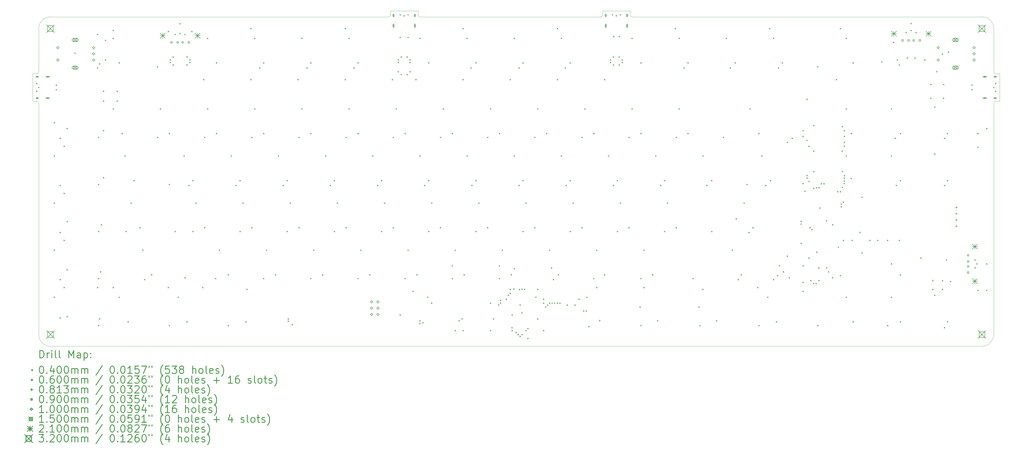
<source format=gbr>
%FSLAX45Y45*%
G04 Gerber Fmt 4.5, Leading zero omitted, Abs format (unit mm)*
G04 Created by KiCad (PCBNEW (5.1.10)-1) date 2021-10-21 23:14:32*
%MOMM*%
%LPD*%
G01*
G04 APERTURE LIST*
%TA.AperFunction,Profile*%
%ADD10C,0.100000*%
%TD*%
%ADD11C,0.200000*%
%ADD12C,0.300000*%
G04 APERTURE END LIST*
D10*
X7460780Y-18890060D02*
X7460780Y-28255720D01*
X7460780Y-15874000D02*
X7460780Y-17620140D01*
X7381410Y-18810690D02*
G75*
G02*
X7460780Y-18890060I0J-79370D01*
G01*
X7460780Y-17620140D02*
G75*
G02*
X7381410Y-17699510I-79370J0D01*
G01*
X7222670Y-18810690D02*
X7381410Y-18810690D01*
X7222670Y-17699510D02*
X7222670Y-18810690D01*
X7381410Y-17699510D02*
X7222670Y-17699510D01*
X46034600Y-18890060D02*
X46034600Y-28255720D01*
X46034600Y-15874000D02*
X46034600Y-17620140D01*
X46034600Y-18890060D02*
G75*
G02*
X46113970Y-18810690I79370J0D01*
G01*
X46113970Y-17699510D02*
G75*
G02*
X46034600Y-17620140I0J79370D01*
G01*
X46272710Y-17699510D02*
X46113970Y-17699510D01*
X46272710Y-18810690D02*
X46113970Y-18810690D01*
X46272710Y-17699510D02*
X46272710Y-18810690D01*
X21668010Y-15159670D02*
X22779190Y-15159670D01*
X31351150Y-15159670D02*
X30239970Y-15159670D01*
X7937000Y-15397780D02*
X21588640Y-15397780D01*
X30160600Y-15397780D02*
X22858560Y-15397780D01*
X45558380Y-15397780D02*
X31430520Y-15397780D01*
X31430520Y-15397780D02*
G75*
G02*
X31351150Y-15318410I0J79370D01*
G01*
X30239970Y-15318410D02*
G75*
G02*
X30160600Y-15397780I-79370J0D01*
G01*
X30239970Y-15159670D02*
X30239970Y-15318410D01*
X31351150Y-15318410D02*
X31351150Y-15159670D01*
X21668010Y-15318410D02*
G75*
G02*
X21588640Y-15397780I-79370J0D01*
G01*
X22858560Y-15397780D02*
G75*
G02*
X22779190Y-15318410I0J79370D01*
G01*
X21668010Y-15159670D02*
X21668010Y-15318410D01*
X22779190Y-15159670D02*
X22779190Y-15318410D01*
X7937000Y-28731940D02*
X45558380Y-28731940D01*
X46034600Y-28255720D02*
G75*
G02*
X45558380Y-28731940I-476220J0D01*
G01*
X45558380Y-15397780D02*
G75*
G02*
X46034600Y-15874000I0J-476220D01*
G01*
X7460780Y-15874000D02*
G75*
G02*
X7937000Y-15397780I476220J0D01*
G01*
X7937000Y-28731940D02*
G75*
G02*
X7460780Y-28255720I0J476220D01*
G01*
D11*
X7361410Y-18076360D02*
X7401410Y-18116360D01*
X7401410Y-18076360D02*
X7361410Y-18116360D01*
X7361410Y-18393840D02*
X7401410Y-18433840D01*
X7401410Y-18393840D02*
X7361410Y-18433840D01*
X7440780Y-18235100D02*
X7480780Y-18275100D01*
X7480780Y-18235100D02*
X7440780Y-18275100D01*
X8075740Y-19663760D02*
X8115740Y-19703760D01*
X8115740Y-19663760D02*
X8075740Y-19703760D01*
X8075740Y-21013050D02*
X8115740Y-21053050D01*
X8115740Y-21013050D02*
X8075740Y-21053050D01*
X8075740Y-22917930D02*
X8115740Y-22957930D01*
X8115740Y-22917930D02*
X8075740Y-22957930D01*
X8075740Y-24822810D02*
X8115740Y-24862810D01*
X8115740Y-24822810D02*
X8075740Y-24862810D01*
X8075740Y-26727690D02*
X8115740Y-26767690D01*
X8115740Y-26727690D02*
X8075740Y-26767690D01*
X8155110Y-18142600D02*
X8195110Y-18182600D01*
X8195110Y-18142600D02*
X8155110Y-18182600D01*
X8155110Y-18327600D02*
X8195110Y-18367600D01*
X8195110Y-18327600D02*
X8155110Y-18367600D01*
X8313850Y-20298720D02*
X8353850Y-20338720D01*
X8353850Y-20298720D02*
X8313850Y-20338720D01*
X8313850Y-22203600D02*
X8353850Y-22243600D01*
X8353850Y-22203600D02*
X8313850Y-22243600D01*
X8313850Y-24108480D02*
X8353850Y-24148480D01*
X8353850Y-24108480D02*
X8313850Y-24148480D01*
X8313850Y-26013360D02*
X8353850Y-26053360D01*
X8353850Y-26013360D02*
X8313850Y-26053360D01*
X8313850Y-27561075D02*
X8353850Y-27601075D01*
X8353850Y-27561075D02*
X8313850Y-27601075D01*
X8472590Y-20616200D02*
X8512590Y-20656200D01*
X8512590Y-20616200D02*
X8472590Y-20656200D01*
X8472590Y-22521080D02*
X8512590Y-22561080D01*
X8512590Y-22521080D02*
X8472590Y-22561080D01*
X8472590Y-24425960D02*
X8512590Y-24465960D01*
X8512590Y-24425960D02*
X8472590Y-24465960D01*
X8472590Y-26330840D02*
X8512590Y-26370840D01*
X8512590Y-26330840D02*
X8472590Y-26370840D01*
X8591645Y-19901870D02*
X8631645Y-19941870D01*
X8631645Y-19901870D02*
X8591645Y-19941870D01*
X8591645Y-23671945D02*
X8631645Y-23711945D01*
X8631645Y-23671945D02*
X8591645Y-23711945D01*
X8591645Y-25616510D02*
X8631645Y-25656510D01*
X8631645Y-25616510D02*
X8591645Y-25656510D01*
X8591645Y-27521390D02*
X8631645Y-27561390D01*
X8631645Y-27521390D02*
X8591645Y-27561390D01*
X8909125Y-16846125D02*
X8949125Y-16886125D01*
X8949125Y-16846125D02*
X8909125Y-16886125D01*
X9821880Y-16092110D02*
X9861880Y-16132110D01*
X9861880Y-16092110D02*
X9821880Y-16132110D01*
X9821880Y-17441400D02*
X9861880Y-17481400D01*
X9861880Y-17441400D02*
X9821880Y-17481400D01*
X9821880Y-26330840D02*
X9861880Y-26370840D01*
X9861880Y-26330840D02*
X9821880Y-26370840D01*
X9861565Y-20259035D02*
X9901565Y-20299035D01*
X9901565Y-20259035D02*
X9861565Y-20299035D01*
X9861565Y-22163915D02*
X9901565Y-22203915D01*
X9901565Y-22163915D02*
X9861565Y-22203915D01*
X9861565Y-24068795D02*
X9901565Y-24108795D01*
X9901565Y-24068795D02*
X9861565Y-24108795D01*
X9861565Y-25973675D02*
X9901565Y-26013675D01*
X9901565Y-25973675D02*
X9861565Y-26013675D01*
X9861565Y-27878555D02*
X9901565Y-27918555D01*
X9901565Y-27878555D02*
X9861565Y-27918555D01*
X9901250Y-17282660D02*
X9941250Y-17322660D01*
X9941250Y-17282660D02*
X9901250Y-17322660D01*
X9901250Y-27600760D02*
X9941250Y-27640760D01*
X9941250Y-27600760D02*
X9901250Y-27640760D01*
X9940935Y-25695880D02*
X9980935Y-25735880D01*
X9980935Y-25695880D02*
X9940935Y-25735880D01*
X9980620Y-23791000D02*
X10020620Y-23831000D01*
X10020620Y-23791000D02*
X9980620Y-23831000D01*
X10059990Y-18393840D02*
X10099990Y-18433840D01*
X10099990Y-18393840D02*
X10059990Y-18433840D01*
X10059990Y-18790690D02*
X10099990Y-18830690D01*
X10099990Y-18790690D02*
X10059990Y-18830690D01*
X10059990Y-19981240D02*
X10099990Y-20021240D01*
X10099990Y-19981240D02*
X10059990Y-20021240D01*
X10059990Y-21886120D02*
X10099990Y-21926120D01*
X10099990Y-21886120D02*
X10059990Y-21926120D01*
X10139360Y-16330220D02*
X10179360Y-16370220D01*
X10179360Y-16330220D02*
X10139360Y-16370220D01*
X10139360Y-17123920D02*
X10179360Y-17163920D01*
X10179360Y-17123920D02*
X10139360Y-17163920D01*
X10456840Y-15933370D02*
X10496840Y-15973370D01*
X10496840Y-15933370D02*
X10456840Y-15973370D01*
X10456840Y-16250850D02*
X10496840Y-16290850D01*
X10496840Y-16250850D02*
X10456840Y-16290850D01*
X10456840Y-19108170D02*
X10496840Y-19148170D01*
X10496840Y-19108170D02*
X10456840Y-19148170D01*
X10456840Y-26330840D02*
X10496840Y-26370840D01*
X10496840Y-26330840D02*
X10456840Y-26370840D01*
X10615580Y-18393840D02*
X10655580Y-18433840D01*
X10655580Y-18393840D02*
X10615580Y-18433840D01*
X10615580Y-18790690D02*
X10655580Y-18830690D01*
X10655580Y-18790690D02*
X10615580Y-18830690D01*
X10694950Y-17242975D02*
X10734950Y-17282975D01*
X10734950Y-17242975D02*
X10694950Y-17282975D01*
X10694950Y-26727690D02*
X10734950Y-26767690D01*
X10734950Y-26727690D02*
X10694950Y-26767690D01*
X10814005Y-20100295D02*
X10854005Y-20140295D01*
X10854005Y-20100295D02*
X10814005Y-20140295D01*
X10933060Y-21013050D02*
X10973060Y-21053050D01*
X10973060Y-21013050D02*
X10933060Y-21053050D01*
X10972745Y-24068795D02*
X11012745Y-24108795D01*
X11012745Y-24068795D02*
X10972745Y-24108795D01*
X11052115Y-27719815D02*
X11092115Y-27759815D01*
X11092115Y-27719815D02*
X11052115Y-27759815D01*
X11171170Y-22917930D02*
X11211170Y-22957930D01*
X11211170Y-22917930D02*
X11171170Y-22957930D01*
X11290225Y-22005175D02*
X11330225Y-22045175D01*
X11330225Y-22005175D02*
X11290225Y-22045175D01*
X11528335Y-23910055D02*
X11568335Y-23950055D01*
X11568335Y-23910055D02*
X11528335Y-23950055D01*
X11647390Y-24822810D02*
X11687390Y-24862810D01*
X11687390Y-24822810D02*
X11647390Y-24862810D01*
X11726760Y-26013360D02*
X11766760Y-26053360D01*
X11766760Y-26013360D02*
X11726760Y-26053360D01*
X12004555Y-25814935D02*
X12044555Y-25854935D01*
X12044555Y-25814935D02*
X12004555Y-25854935D01*
X12242665Y-17401715D02*
X12282665Y-17441715D01*
X12282665Y-17401715D02*
X12242665Y-17441715D01*
X12242665Y-20259035D02*
X12282665Y-20299035D01*
X12282665Y-20259035D02*
X12242665Y-20299035D01*
X12361720Y-19108170D02*
X12401720Y-19148170D01*
X12401720Y-19108170D02*
X12361720Y-19148170D01*
X12679200Y-15973055D02*
X12719200Y-16013055D01*
X12719200Y-15973055D02*
X12679200Y-16013055D01*
X12679200Y-26330840D02*
X12719200Y-26370840D01*
X12719200Y-26330840D02*
X12679200Y-26370840D01*
X12718885Y-20100295D02*
X12758885Y-20140295D01*
X12758885Y-20100295D02*
X12718885Y-20140295D01*
X12718885Y-22163915D02*
X12758885Y-22203915D01*
X12758885Y-22163915D02*
X12718885Y-22203915D01*
X12718885Y-27878555D02*
X12758885Y-27918555D01*
X12758885Y-27878555D02*
X12718885Y-27918555D01*
X12758570Y-17123920D02*
X12798570Y-17163920D01*
X12798570Y-17123920D02*
X12758570Y-17163920D01*
X12758570Y-17223920D02*
X12798570Y-17263920D01*
X12798570Y-17223920D02*
X12758570Y-17263920D01*
X12877625Y-17004865D02*
X12917625Y-17044865D01*
X12917625Y-17004865D02*
X12877625Y-17044865D01*
X12877625Y-17322345D02*
X12917625Y-17362345D01*
X12917625Y-17322345D02*
X12877625Y-17362345D01*
X12956995Y-16092110D02*
X12996995Y-16132110D01*
X12996995Y-16092110D02*
X12956995Y-16132110D01*
X12956995Y-24068795D02*
X12996995Y-24108795D01*
X12996995Y-24068795D02*
X12956995Y-24108795D01*
X13076050Y-26727690D02*
X13116050Y-26767690D01*
X13116050Y-26727690D02*
X13076050Y-26767690D01*
X13155420Y-15655575D02*
X13195420Y-15695575D01*
X13195420Y-15655575D02*
X13155420Y-15695575D01*
X13155420Y-16052425D02*
X13195420Y-16092425D01*
X13195420Y-16052425D02*
X13155420Y-16092425D01*
X13314160Y-21013050D02*
X13354160Y-21053050D01*
X13354160Y-21013050D02*
X13314160Y-21053050D01*
X13353845Y-16092110D02*
X13393845Y-16132110D01*
X13393845Y-16092110D02*
X13353845Y-16132110D01*
X13353845Y-25933990D02*
X13393845Y-25973990D01*
X13393845Y-25933990D02*
X13353845Y-25973990D01*
X13433215Y-17004865D02*
X13473215Y-17044865D01*
X13473215Y-17004865D02*
X13433215Y-17044865D01*
X13433215Y-17322345D02*
X13473215Y-17362345D01*
X13473215Y-17322345D02*
X13433215Y-17362345D01*
X13433215Y-27719815D02*
X13473215Y-27759815D01*
X13473215Y-27719815D02*
X13433215Y-27759815D01*
X13512585Y-22203600D02*
X13552585Y-22243600D01*
X13552585Y-22203600D02*
X13512585Y-22243600D01*
X13552270Y-17123920D02*
X13592270Y-17163920D01*
X13592270Y-17123920D02*
X13552270Y-17163920D01*
X13552270Y-17223920D02*
X13592270Y-17263920D01*
X13592270Y-17223920D02*
X13552270Y-17263920D01*
X13631640Y-15973055D02*
X13671640Y-16013055D01*
X13671640Y-15973055D02*
X13631640Y-16013055D01*
X13671325Y-22005175D02*
X13711325Y-22045175D01*
X13711325Y-22005175D02*
X13671325Y-22045175D01*
X13671325Y-24068795D02*
X13711325Y-24108795D01*
X13711325Y-24068795D02*
X13671325Y-24108795D01*
X13790380Y-22917930D02*
X13830380Y-22957930D01*
X13830380Y-22917930D02*
X13790380Y-22957930D01*
X14068175Y-26330840D02*
X14108175Y-26370840D01*
X14108175Y-26330840D02*
X14068175Y-26370840D01*
X14107860Y-17917620D02*
X14147860Y-17957620D01*
X14147860Y-17917620D02*
X14107860Y-17957620D01*
X14147545Y-20259035D02*
X14187545Y-20299035D01*
X14187545Y-20259035D02*
X14147545Y-20299035D01*
X14147545Y-23910055D02*
X14187545Y-23950055D01*
X14187545Y-23910055D02*
X14147545Y-23950055D01*
X14266600Y-16250850D02*
X14306600Y-16290850D01*
X14306600Y-16250850D02*
X14266600Y-16290850D01*
X14266600Y-19108170D02*
X14306600Y-19148170D01*
X14306600Y-19108170D02*
X14266600Y-19148170D01*
X14584080Y-25973675D02*
X14624080Y-26013675D01*
X14624080Y-25973675D02*
X14584080Y-26013675D01*
X14623765Y-17242975D02*
X14663765Y-17282975D01*
X14663765Y-17242975D02*
X14623765Y-17282975D01*
X14623765Y-20100295D02*
X14663765Y-20140295D01*
X14663765Y-20100295D02*
X14623765Y-20140295D01*
X14742820Y-24822810D02*
X14782820Y-24862810D01*
X14782820Y-24822810D02*
X14742820Y-24862810D01*
X15099985Y-25814935D02*
X15139985Y-25854935D01*
X15139985Y-25814935D02*
X15099985Y-25854935D01*
X15099985Y-27878555D02*
X15139985Y-27918555D01*
X15139985Y-27878555D02*
X15099985Y-27918555D01*
X15219040Y-21013050D02*
X15259040Y-21053050D01*
X15259040Y-21013050D02*
X15219040Y-21053050D01*
X15417465Y-22203600D02*
X15457465Y-22243600D01*
X15457465Y-22203600D02*
X15417465Y-22243600D01*
X15576205Y-22005175D02*
X15616205Y-22045175D01*
X15616205Y-22005175D02*
X15576205Y-22045175D01*
X15576205Y-24068795D02*
X15616205Y-24108795D01*
X15616205Y-24068795D02*
X15576205Y-24108795D01*
X15695260Y-22917930D02*
X15735260Y-22957930D01*
X15735260Y-22917930D02*
X15695260Y-22957930D01*
X15814315Y-27719815D02*
X15854315Y-27759815D01*
X15854315Y-27719815D02*
X15814315Y-27759815D01*
X15854000Y-26410210D02*
X15894000Y-26450210D01*
X15894000Y-26410210D02*
X15854000Y-26450210D01*
X16012740Y-15854000D02*
X16052740Y-15894000D01*
X16052740Y-15854000D02*
X16012740Y-15894000D01*
X16012740Y-17917620D02*
X16052740Y-17957620D01*
X16052740Y-17917620D02*
X16012740Y-17957620D01*
X16052425Y-20259035D02*
X16092425Y-20299035D01*
X16092425Y-20259035D02*
X16052425Y-20299035D01*
X16052425Y-23910055D02*
X16092425Y-23950055D01*
X16092425Y-23910055D02*
X16052425Y-23950055D01*
X16171480Y-16250850D02*
X16211480Y-16290850D01*
X16211480Y-16250850D02*
X16171480Y-16290850D01*
X16171480Y-19108170D02*
X16211480Y-19148170D01*
X16211480Y-19108170D02*
X16171480Y-19148170D01*
X16369905Y-17441400D02*
X16409905Y-17481400D01*
X16409905Y-17441400D02*
X16369905Y-17481400D01*
X16528645Y-17242975D02*
X16568645Y-17282975D01*
X16568645Y-17242975D02*
X16528645Y-17282975D01*
X16528645Y-20100295D02*
X16568645Y-20140295D01*
X16568645Y-20100295D02*
X16528645Y-20140295D01*
X16528645Y-25973675D02*
X16568645Y-26013675D01*
X16568645Y-25973675D02*
X16528645Y-26013675D01*
X16647700Y-24822810D02*
X16687700Y-24862810D01*
X16687700Y-24822810D02*
X16647700Y-24862810D01*
X17004865Y-25814935D02*
X17044865Y-25854935D01*
X17044865Y-25814935D02*
X17004865Y-25854935D01*
X17123920Y-21013050D02*
X17163920Y-21053050D01*
X17163920Y-21013050D02*
X17123920Y-21053050D01*
X17322345Y-22203600D02*
X17362345Y-22243600D01*
X17362345Y-22203600D02*
X17322345Y-22243600D01*
X17481085Y-22005175D02*
X17521085Y-22045175D01*
X17521085Y-22005175D02*
X17481085Y-22045175D01*
X17481085Y-24068795D02*
X17521085Y-24108795D01*
X17521085Y-24068795D02*
X17481085Y-24108795D01*
X17520770Y-27600760D02*
X17560770Y-27640760D01*
X17560770Y-27600760D02*
X17520770Y-27640760D01*
X17520770Y-27700760D02*
X17560770Y-27740760D01*
X17560770Y-27700760D02*
X17520770Y-27740760D01*
X17600140Y-22917930D02*
X17640140Y-22957930D01*
X17640140Y-22917930D02*
X17600140Y-22957930D01*
X17679510Y-27838870D02*
X17719510Y-27878870D01*
X17719510Y-27838870D02*
X17679510Y-27878870D01*
X17917620Y-17917620D02*
X17957620Y-17957620D01*
X17957620Y-17917620D02*
X17917620Y-17957620D01*
X17957305Y-20259035D02*
X17997305Y-20299035D01*
X17997305Y-20259035D02*
X17957305Y-20299035D01*
X17957305Y-23910055D02*
X17997305Y-23950055D01*
X17997305Y-23910055D02*
X17957305Y-23950055D01*
X18076360Y-16250850D02*
X18116360Y-16290850D01*
X18116360Y-16250850D02*
X18076360Y-16290850D01*
X18076360Y-19108170D02*
X18116360Y-19148170D01*
X18116360Y-19108170D02*
X18076360Y-19148170D01*
X18274785Y-17441400D02*
X18314785Y-17481400D01*
X18314785Y-17441400D02*
X18274785Y-17481400D01*
X18433525Y-17242975D02*
X18473525Y-17282975D01*
X18473525Y-17242975D02*
X18433525Y-17282975D01*
X18433525Y-20100295D02*
X18473525Y-20140295D01*
X18473525Y-20100295D02*
X18433525Y-20140295D01*
X18433525Y-25973675D02*
X18473525Y-26013675D01*
X18473525Y-25973675D02*
X18433525Y-26013675D01*
X18552580Y-24822810D02*
X18592580Y-24862810D01*
X18592580Y-24822810D02*
X18552580Y-24862810D01*
X18909745Y-25814935D02*
X18949745Y-25854935D01*
X18949745Y-25814935D02*
X18909745Y-25854935D01*
X19028800Y-21013050D02*
X19068800Y-21053050D01*
X19068800Y-21013050D02*
X19028800Y-21053050D01*
X19227225Y-22203600D02*
X19267225Y-22243600D01*
X19267225Y-22203600D02*
X19227225Y-22243600D01*
X19385965Y-22005175D02*
X19425965Y-22045175D01*
X19425965Y-22005175D02*
X19385965Y-22045175D01*
X19385965Y-24068795D02*
X19425965Y-24108795D01*
X19425965Y-24068795D02*
X19385965Y-24108795D01*
X19505020Y-22917930D02*
X19545020Y-22957930D01*
X19545020Y-22917930D02*
X19505020Y-22957930D01*
X19822500Y-15854000D02*
X19862500Y-15894000D01*
X19862500Y-15854000D02*
X19822500Y-15894000D01*
X19822500Y-17917620D02*
X19862500Y-17957620D01*
X19862500Y-17917620D02*
X19822500Y-17957620D01*
X19862185Y-20259035D02*
X19902185Y-20299035D01*
X19902185Y-20259035D02*
X19862185Y-20299035D01*
X19862185Y-23910055D02*
X19902185Y-23950055D01*
X19902185Y-23910055D02*
X19862185Y-23950055D01*
X19981240Y-16250850D02*
X20021240Y-16290850D01*
X20021240Y-16250850D02*
X19981240Y-16290850D01*
X19981240Y-19108170D02*
X20021240Y-19148170D01*
X20021240Y-19108170D02*
X19981240Y-19148170D01*
X20179665Y-17441400D02*
X20219665Y-17481400D01*
X20219665Y-17441400D02*
X20179665Y-17481400D01*
X20338405Y-17242975D02*
X20378405Y-17282975D01*
X20378405Y-17242975D02*
X20338405Y-17282975D01*
X20338405Y-20100295D02*
X20378405Y-20140295D01*
X20378405Y-20100295D02*
X20338405Y-20140295D01*
X20338405Y-25973675D02*
X20378405Y-26013675D01*
X20378405Y-25973675D02*
X20338405Y-26013675D01*
X20457460Y-24822810D02*
X20497460Y-24862810D01*
X20497460Y-24822810D02*
X20457460Y-24862810D01*
X20814625Y-25814935D02*
X20854625Y-25854935D01*
X20854625Y-25814935D02*
X20814625Y-25854935D01*
X20933680Y-21013050D02*
X20973680Y-21053050D01*
X20973680Y-21013050D02*
X20933680Y-21053050D01*
X21132105Y-22203600D02*
X21172105Y-22243600D01*
X21172105Y-22203600D02*
X21132105Y-22243600D01*
X21290845Y-22005175D02*
X21330845Y-22045175D01*
X21330845Y-22005175D02*
X21290845Y-22045175D01*
X21290845Y-24068795D02*
X21330845Y-24108795D01*
X21330845Y-24068795D02*
X21290845Y-24108795D01*
X21409900Y-22917930D02*
X21449900Y-22957930D01*
X21449900Y-22917930D02*
X21409900Y-22957930D01*
X21727380Y-17917620D02*
X21767380Y-17957620D01*
X21767380Y-17917620D02*
X21727380Y-17957620D01*
X21767065Y-20259035D02*
X21807065Y-20299035D01*
X21807065Y-20259035D02*
X21767065Y-20299035D01*
X21767065Y-23910055D02*
X21807065Y-23950055D01*
X21807065Y-23910055D02*
X21767065Y-23950055D01*
X21886120Y-19108170D02*
X21926120Y-19148170D01*
X21926120Y-19108170D02*
X21886120Y-19148170D01*
X21965490Y-17123920D02*
X22005490Y-17163920D01*
X22005490Y-17123920D02*
X21965490Y-17163920D01*
X21965490Y-17223920D02*
X22005490Y-17263920D01*
X22005490Y-17223920D02*
X21965490Y-17263920D01*
X21965490Y-17600140D02*
X22005490Y-17640140D01*
X22005490Y-17600140D02*
X21965490Y-17640140D01*
X22044860Y-15298410D02*
X22084860Y-15338410D01*
X22084860Y-15298410D02*
X22044860Y-15338410D01*
X22044860Y-16211165D02*
X22084860Y-16251165D01*
X22084860Y-16211165D02*
X22044860Y-16251165D01*
X22044860Y-27442020D02*
X22084860Y-27482020D01*
X22084860Y-27442020D02*
X22044860Y-27482020D01*
X22084545Y-17004865D02*
X22124545Y-17044865D01*
X22124545Y-17004865D02*
X22084545Y-17044865D01*
X22084545Y-17719195D02*
X22124545Y-17759195D01*
X22124545Y-17719195D02*
X22084545Y-17759195D01*
X22203600Y-15338095D02*
X22243600Y-15378095D01*
X22243600Y-15338095D02*
X22203600Y-15378095D01*
X22243285Y-20100295D02*
X22283285Y-20140295D01*
X22283285Y-20100295D02*
X22243285Y-20140295D01*
X22243285Y-25973675D02*
X22283285Y-26013675D01*
X22283285Y-25973675D02*
X22243285Y-26013675D01*
X22322655Y-17004865D02*
X22362655Y-17044865D01*
X22362655Y-17004865D02*
X22322655Y-17044865D01*
X22322655Y-17719195D02*
X22362655Y-17759195D01*
X22362655Y-17719195D02*
X22322655Y-17759195D01*
X22362340Y-15298410D02*
X22402340Y-15338410D01*
X22402340Y-15298410D02*
X22362340Y-15338410D01*
X22362340Y-16211165D02*
X22402340Y-16251165D01*
X22402340Y-16211165D02*
X22362340Y-16251165D01*
X22362340Y-24822810D02*
X22402340Y-24862810D01*
X22402340Y-24822810D02*
X22362340Y-24862810D01*
X22441710Y-17123920D02*
X22481710Y-17163920D01*
X22481710Y-17123920D02*
X22441710Y-17163920D01*
X22441710Y-17223920D02*
X22481710Y-17263920D01*
X22481710Y-17223920D02*
X22441710Y-17263920D01*
X22441710Y-17600140D02*
X22481710Y-17640140D01*
X22481710Y-17600140D02*
X22441710Y-17640140D01*
X22560765Y-26489580D02*
X22600765Y-26529580D01*
X22600765Y-26489580D02*
X22560765Y-26529580D01*
X22679820Y-17917620D02*
X22719820Y-17957620D01*
X22719820Y-17917620D02*
X22679820Y-17957620D01*
X22719505Y-25814935D02*
X22759505Y-25854935D01*
X22759505Y-25814935D02*
X22719505Y-25854935D01*
X22838560Y-16250850D02*
X22878560Y-16290850D01*
X22878560Y-16250850D02*
X22838560Y-16290850D01*
X22838560Y-21013050D02*
X22878560Y-21053050D01*
X22878560Y-21013050D02*
X22838560Y-21053050D01*
X22838560Y-27680130D02*
X22878560Y-27720130D01*
X22878560Y-27680130D02*
X22838560Y-27720130D01*
X22838560Y-27799185D02*
X22878560Y-27839185D01*
X22878560Y-27799185D02*
X22838560Y-27839185D01*
X22957615Y-27759500D02*
X22997615Y-27799500D01*
X22997615Y-27759500D02*
X22957615Y-27799500D01*
X23036985Y-22203600D02*
X23076985Y-22243600D01*
X23076985Y-22203600D02*
X23036985Y-22243600D01*
X23156040Y-26727690D02*
X23196040Y-26767690D01*
X23196040Y-26727690D02*
X23156040Y-26767690D01*
X23195725Y-17242975D02*
X23235725Y-17282975D01*
X23235725Y-17242975D02*
X23195725Y-17282975D01*
X23195725Y-22005175D02*
X23235725Y-22045175D01*
X23235725Y-22005175D02*
X23195725Y-22045175D01*
X23195725Y-24068795D02*
X23235725Y-24108795D01*
X23235725Y-24068795D02*
X23195725Y-24108795D01*
X23314780Y-22917930D02*
X23354780Y-22957930D01*
X23354780Y-22917930D02*
X23314780Y-22957930D01*
X23314780Y-26965800D02*
X23354780Y-27005800D01*
X23354780Y-26965800D02*
X23314780Y-27005800D01*
X23671945Y-20259035D02*
X23711945Y-20299035D01*
X23711945Y-20259035D02*
X23671945Y-20299035D01*
X23671945Y-23910055D02*
X23711945Y-23950055D01*
X23711945Y-23910055D02*
X23671945Y-23950055D01*
X23791000Y-19108170D02*
X23831000Y-19148170D01*
X23831000Y-19108170D02*
X23791000Y-19148170D01*
X24148165Y-20100295D02*
X24188165Y-20140295D01*
X24188165Y-20100295D02*
X24148165Y-20140295D01*
X24148165Y-25457770D02*
X24188165Y-25497770D01*
X24188165Y-25457770D02*
X24148165Y-25497770D01*
X24148165Y-25973675D02*
X24188165Y-26013675D01*
X24188165Y-25973675D02*
X24148165Y-26013675D01*
X24267220Y-24822810D02*
X24307220Y-24862810D01*
X24307220Y-24822810D02*
X24267220Y-24862810D01*
X24267220Y-28076980D02*
X24307220Y-28116980D01*
X24307220Y-28076980D02*
X24267220Y-28116980D01*
X24425960Y-27680130D02*
X24465960Y-27720130D01*
X24465960Y-27680130D02*
X24425960Y-27720130D01*
X24545015Y-27600760D02*
X24585015Y-27640760D01*
X24585015Y-27600760D02*
X24545015Y-27640760D01*
X24584700Y-15854000D02*
X24624700Y-15894000D01*
X24624700Y-15854000D02*
X24584700Y-15894000D01*
X24584700Y-17917620D02*
X24624700Y-17957620D01*
X24624700Y-17917620D02*
X24584700Y-17957620D01*
X24584700Y-28076980D02*
X24624700Y-28116980D01*
X24624700Y-28076980D02*
X24584700Y-28116980D01*
X24624385Y-25814935D02*
X24664385Y-25854935D01*
X24664385Y-25814935D02*
X24624385Y-25854935D01*
X24743440Y-16250850D02*
X24783440Y-16290850D01*
X24783440Y-16250850D02*
X24743440Y-16290850D01*
X24743440Y-21013050D02*
X24783440Y-21053050D01*
X24783440Y-21013050D02*
X24743440Y-21053050D01*
X24902180Y-17441400D02*
X24942180Y-17481400D01*
X24942180Y-17441400D02*
X24902180Y-17481400D01*
X24941865Y-22203600D02*
X24981865Y-22243600D01*
X24981865Y-22203600D02*
X24941865Y-22243600D01*
X25100605Y-17242975D02*
X25140605Y-17282975D01*
X25140605Y-17242975D02*
X25100605Y-17282975D01*
X25100605Y-22005175D02*
X25140605Y-22045175D01*
X25140605Y-22005175D02*
X25100605Y-22045175D01*
X25100605Y-24068795D02*
X25140605Y-24108795D01*
X25140605Y-24068795D02*
X25100605Y-24108795D01*
X25219660Y-22917930D02*
X25259660Y-22957930D01*
X25259660Y-22917930D02*
X25219660Y-22957930D01*
X25576825Y-20259035D02*
X25616825Y-20299035D01*
X25616825Y-20259035D02*
X25576825Y-20299035D01*
X25576825Y-23910055D02*
X25616825Y-23950055D01*
X25616825Y-23910055D02*
X25576825Y-23950055D01*
X25695880Y-19108170D02*
X25735880Y-19148170D01*
X25735880Y-19108170D02*
X25695880Y-19148170D01*
X25695880Y-26965800D02*
X25735880Y-27005800D01*
X25735880Y-26965800D02*
X25695880Y-27005800D01*
X25695880Y-28076980D02*
X25735880Y-28116980D01*
X25735880Y-28076980D02*
X25695880Y-28116980D01*
X25814935Y-27600760D02*
X25854935Y-27640760D01*
X25854935Y-27600760D02*
X25814935Y-27640760D01*
X26024940Y-27033590D02*
X26064940Y-27073590D01*
X26064940Y-27033590D02*
X26024940Y-27073590D01*
X26053045Y-20100295D02*
X26093045Y-20140295D01*
X26093045Y-20100295D02*
X26053045Y-20140295D01*
X26053045Y-25457770D02*
X26093045Y-25497770D01*
X26093045Y-25457770D02*
X26053045Y-25497770D01*
X26053045Y-25973675D02*
X26093045Y-26013675D01*
X26093045Y-25973675D02*
X26053045Y-26013675D01*
X26095044Y-26859741D02*
X26135044Y-26899741D01*
X26135044Y-26859741D02*
X26095044Y-26899741D01*
X26095651Y-26962879D02*
X26135651Y-27002879D01*
X26135651Y-26962879D02*
X26095651Y-27002879D01*
X26172100Y-24822810D02*
X26212100Y-24862810D01*
X26212100Y-24822810D02*
X26172100Y-24862810D01*
X26330840Y-26807060D02*
X26370840Y-26847060D01*
X26370840Y-26807060D02*
X26330840Y-26847060D01*
X26410210Y-26648320D02*
X26450210Y-26688320D01*
X26450210Y-26648320D02*
X26410210Y-26688320D01*
X26489580Y-17917620D02*
X26529580Y-17957620D01*
X26529580Y-17917620D02*
X26489580Y-17957620D01*
X26489580Y-26410210D02*
X26529580Y-26450210D01*
X26529580Y-26410210D02*
X26489580Y-26450210D01*
X26489580Y-26568950D02*
X26529580Y-26608950D01*
X26529580Y-26568950D02*
X26489580Y-26608950D01*
X26529265Y-25814935D02*
X26569265Y-25854935D01*
X26569265Y-25814935D02*
X26529265Y-25854935D01*
X26554600Y-27962729D02*
X26594600Y-28002729D01*
X26594600Y-27962729D02*
X26554600Y-28002729D01*
X26568950Y-27442020D02*
X26608950Y-27482020D01*
X26608950Y-27442020D02*
X26568950Y-27482020D01*
X26568950Y-28076980D02*
X26608950Y-28116980D01*
X26608950Y-28076980D02*
X26568950Y-28116980D01*
X26632060Y-26393950D02*
X26672060Y-26433950D01*
X26672060Y-26393950D02*
X26632060Y-26433950D01*
X26648320Y-16250850D02*
X26688320Y-16290850D01*
X26688320Y-16250850D02*
X26648320Y-16290850D01*
X26648320Y-21013050D02*
X26688320Y-21053050D01*
X26688320Y-21013050D02*
X26648320Y-21053050D01*
X26648320Y-25576825D02*
X26688320Y-25616825D01*
X26688320Y-25576825D02*
X26648320Y-25616825D01*
X26727690Y-28156350D02*
X26767690Y-28196350D01*
X26767690Y-28156350D02*
X26727690Y-28196350D01*
X26807060Y-28235720D02*
X26847060Y-28275720D01*
X26847060Y-28235720D02*
X26807060Y-28275720D01*
X26846745Y-17441400D02*
X26886745Y-17481400D01*
X26886745Y-17441400D02*
X26846745Y-17481400D01*
X26846745Y-22203600D02*
X26886745Y-22243600D01*
X26886745Y-22203600D02*
X26846745Y-22243600D01*
X26861287Y-26417882D02*
X26901287Y-26457882D01*
X26901287Y-26417882D02*
X26861287Y-26457882D01*
X26886430Y-27045170D02*
X26926430Y-27085170D01*
X26926430Y-27045170D02*
X26886430Y-27085170D01*
X26886430Y-28315090D02*
X26926430Y-28355090D01*
X26926430Y-28315090D02*
X26886430Y-28355090D01*
X26965800Y-26403340D02*
X27005800Y-26443340D01*
X27005800Y-26403340D02*
X26965800Y-26443340D01*
X26965800Y-27362650D02*
X27005800Y-27402650D01*
X27005800Y-27362650D02*
X26965800Y-27402650D01*
X26965800Y-28235720D02*
X27005800Y-28275720D01*
X27005800Y-28235720D02*
X26965800Y-28275720D01*
X27005485Y-17242975D02*
X27045485Y-17282975D01*
X27045485Y-17242975D02*
X27005485Y-17282975D01*
X27005485Y-22005175D02*
X27045485Y-22045175D01*
X27045485Y-22005175D02*
X27005485Y-22045175D01*
X27005485Y-24068795D02*
X27045485Y-24108795D01*
X27045485Y-24068795D02*
X27005485Y-24108795D01*
X27065428Y-26411963D02*
X27105428Y-26451963D01*
X27105428Y-26411963D02*
X27065428Y-26451963D01*
X27124540Y-22917930D02*
X27164540Y-22957930D01*
X27164540Y-22917930D02*
X27124540Y-22957930D01*
X27124540Y-28076980D02*
X27164540Y-28116980D01*
X27164540Y-28076980D02*
X27124540Y-28116980D01*
X27203910Y-27997610D02*
X27243910Y-28037610D01*
X27243910Y-27997610D02*
X27203910Y-28037610D01*
X27203910Y-28394460D02*
X27243910Y-28434460D01*
X27243910Y-28394460D02*
X27203910Y-28434460D01*
X27481705Y-20259035D02*
X27521705Y-20299035D01*
X27521705Y-20259035D02*
X27481705Y-20299035D01*
X27481705Y-23910055D02*
X27521705Y-23950055D01*
X27521705Y-23910055D02*
X27481705Y-23950055D01*
X27521390Y-26727690D02*
X27561390Y-26767690D01*
X27561390Y-26727690D02*
X27521390Y-26767690D01*
X27600760Y-19108170D02*
X27640760Y-19148170D01*
X27640760Y-19108170D02*
X27600760Y-19148170D01*
X27600760Y-26410210D02*
X27640760Y-26450210D01*
X27640760Y-26410210D02*
X27600760Y-26450210D01*
X27600760Y-27600760D02*
X27640760Y-27640760D01*
X27640760Y-27600760D02*
X27600760Y-27640760D01*
X27838870Y-26807060D02*
X27878870Y-26847060D01*
X27878870Y-26807060D02*
X27838870Y-26847060D01*
X27838870Y-26970510D02*
X27878870Y-27010510D01*
X27878870Y-26970510D02*
X27838870Y-27010510D01*
X27838870Y-28076980D02*
X27878870Y-28116980D01*
X27878870Y-28076980D02*
X27838870Y-28116980D01*
X27918240Y-27124540D02*
X27958240Y-27164540D01*
X27958240Y-27124540D02*
X27918240Y-27164540D01*
X27957925Y-20100295D02*
X27997925Y-20140295D01*
X27997925Y-20100295D02*
X27957925Y-20140295D01*
X27997610Y-27045170D02*
X28037610Y-27085170D01*
X28037610Y-27045170D02*
X27997610Y-27085170D01*
X28076980Y-24822810D02*
X28116980Y-24862810D01*
X28116980Y-24822810D02*
X28076980Y-24862810D01*
X28076980Y-26965800D02*
X28116980Y-27005800D01*
X28116980Y-26965800D02*
X28076980Y-27005800D01*
X28156350Y-25537140D02*
X28196350Y-25577140D01*
X28196350Y-25537140D02*
X28156350Y-25577140D01*
X28178245Y-26964535D02*
X28218245Y-27004535D01*
X28218245Y-26964535D02*
X28178245Y-27004535D01*
X28235720Y-26013360D02*
X28275720Y-26053360D01*
X28275720Y-26013360D02*
X28235720Y-26053360D01*
X28280599Y-26964358D02*
X28320599Y-27004358D01*
X28320599Y-26964358D02*
X28280599Y-27004358D01*
X28394460Y-15854000D02*
X28434460Y-15894000D01*
X28434460Y-15854000D02*
X28394460Y-15894000D01*
X28394460Y-17917620D02*
X28434460Y-17957620D01*
X28434460Y-17917620D02*
X28394460Y-17957620D01*
X28394460Y-26965800D02*
X28434460Y-27005800D01*
X28434460Y-26965800D02*
X28394460Y-27005800D01*
X28434145Y-25814935D02*
X28474145Y-25854935D01*
X28474145Y-25814935D02*
X28434145Y-25854935D01*
X28494460Y-26965800D02*
X28534460Y-27005800D01*
X28534460Y-26965800D02*
X28494460Y-27005800D01*
X28553200Y-16250850D02*
X28593200Y-16290850D01*
X28593200Y-16250850D02*
X28553200Y-16290850D01*
X28553200Y-21013050D02*
X28593200Y-21053050D01*
X28593200Y-21013050D02*
X28553200Y-21053050D01*
X28711940Y-17441400D02*
X28751940Y-17481400D01*
X28751940Y-17441400D02*
X28711940Y-17481400D01*
X28751625Y-22203600D02*
X28791625Y-22243600D01*
X28791625Y-22203600D02*
X28751625Y-22243600D01*
X28791310Y-27045170D02*
X28831310Y-27085170D01*
X28831310Y-27045170D02*
X28791310Y-27085170D01*
X28910365Y-17242975D02*
X28950365Y-17282975D01*
X28950365Y-17242975D02*
X28910365Y-17282975D01*
X28910365Y-22005175D02*
X28950365Y-22045175D01*
X28950365Y-22005175D02*
X28910365Y-22045175D01*
X28910365Y-24068795D02*
X28950365Y-24108795D01*
X28950365Y-24068795D02*
X28910365Y-24108795D01*
X29029420Y-22917930D02*
X29069420Y-22957930D01*
X29069420Y-22917930D02*
X29029420Y-22957930D01*
X29108790Y-27045170D02*
X29148790Y-27085170D01*
X29148790Y-27045170D02*
X29108790Y-27085170D01*
X29267530Y-26807060D02*
X29307530Y-26847060D01*
X29307530Y-26807060D02*
X29267530Y-26847060D01*
X29386585Y-20259035D02*
X29426585Y-20299035D01*
X29426585Y-20259035D02*
X29386585Y-20299035D01*
X29386585Y-23910055D02*
X29426585Y-23950055D01*
X29426585Y-23910055D02*
X29386585Y-23950055D01*
X29453140Y-27283280D02*
X29493140Y-27323280D01*
X29493140Y-27283280D02*
X29453140Y-27323280D01*
X29505640Y-19108170D02*
X29545640Y-19148170D01*
X29545640Y-19108170D02*
X29505640Y-19148170D01*
X29558140Y-27283280D02*
X29598140Y-27323280D01*
X29598140Y-27283280D02*
X29558140Y-27323280D01*
X29585010Y-26727690D02*
X29625010Y-26767690D01*
X29625010Y-26727690D02*
X29585010Y-26767690D01*
X29664380Y-27918240D02*
X29704380Y-27958240D01*
X29704380Y-27918240D02*
X29664380Y-27958240D01*
X29862805Y-20100295D02*
X29902805Y-20140295D01*
X29902805Y-20100295D02*
X29862805Y-20140295D01*
X29862805Y-25973675D02*
X29902805Y-26013675D01*
X29902805Y-25973675D02*
X29862805Y-26013675D01*
X29981860Y-24822810D02*
X30021860Y-24862810D01*
X30021860Y-24822810D02*
X29981860Y-24862810D01*
X29981860Y-26330840D02*
X30021860Y-26370840D01*
X30021860Y-26330840D02*
X29981860Y-26370840D01*
X30100915Y-27673260D02*
X30140915Y-27713260D01*
X30140915Y-27673260D02*
X30100915Y-27713260D01*
X30299340Y-17917620D02*
X30339340Y-17957620D01*
X30339340Y-17917620D02*
X30299340Y-17957620D01*
X30299340Y-25814935D02*
X30339340Y-25854935D01*
X30339340Y-25814935D02*
X30299340Y-25854935D01*
X30458080Y-21013050D02*
X30498080Y-21053050D01*
X30498080Y-21013050D02*
X30458080Y-21053050D01*
X30537450Y-17123920D02*
X30577450Y-17163920D01*
X30577450Y-17123920D02*
X30537450Y-17163920D01*
X30537450Y-17223920D02*
X30577450Y-17263920D01*
X30577450Y-17223920D02*
X30537450Y-17263920D01*
X30616820Y-15298410D02*
X30656820Y-15338410D01*
X30656820Y-15298410D02*
X30616820Y-15338410D01*
X30656505Y-17004865D02*
X30696505Y-17044865D01*
X30696505Y-17004865D02*
X30656505Y-17044865D01*
X30656505Y-17322345D02*
X30696505Y-17362345D01*
X30696505Y-17322345D02*
X30656505Y-17362345D01*
X30656505Y-22203600D02*
X30696505Y-22243600D01*
X30696505Y-22203600D02*
X30656505Y-22243600D01*
X30670960Y-16171480D02*
X30710960Y-16211480D01*
X30710960Y-16171480D02*
X30670960Y-16211480D01*
X30775560Y-15338095D02*
X30815560Y-15378095D01*
X30815560Y-15338095D02*
X30775560Y-15378095D01*
X30815245Y-22005175D02*
X30855245Y-22045175D01*
X30855245Y-22005175D02*
X30815245Y-22045175D01*
X30815245Y-24068795D02*
X30855245Y-24108795D01*
X30855245Y-24068795D02*
X30815245Y-24108795D01*
X30894615Y-16171480D02*
X30934615Y-16211480D01*
X30934615Y-16171480D02*
X30894615Y-16211480D01*
X30894615Y-17004865D02*
X30934615Y-17044865D01*
X30934615Y-17004865D02*
X30894615Y-17044865D01*
X30894615Y-17322345D02*
X30934615Y-17362345D01*
X30934615Y-17322345D02*
X30894615Y-17362345D01*
X30934300Y-15298410D02*
X30974300Y-15338410D01*
X30974300Y-15298410D02*
X30934300Y-15338410D01*
X30934300Y-22917930D02*
X30974300Y-22957930D01*
X30974300Y-22917930D02*
X30934300Y-22957930D01*
X31013670Y-17123920D02*
X31053670Y-17163920D01*
X31053670Y-17123920D02*
X31013670Y-17163920D01*
X31013670Y-17223920D02*
X31053670Y-17263920D01*
X31053670Y-17223920D02*
X31013670Y-17263920D01*
X31291465Y-20259035D02*
X31331465Y-20299035D01*
X31331465Y-20259035D02*
X31291465Y-20299035D01*
X31291465Y-23910055D02*
X31331465Y-23950055D01*
X31331465Y-23910055D02*
X31291465Y-23950055D01*
X31410520Y-16250850D02*
X31450520Y-16290850D01*
X31450520Y-16250850D02*
X31410520Y-16290850D01*
X31410520Y-19108170D02*
X31450520Y-19148170D01*
X31450520Y-19108170D02*
X31410520Y-19148170D01*
X31728000Y-27124540D02*
X31768000Y-27164540D01*
X31768000Y-27124540D02*
X31728000Y-27164540D01*
X31767685Y-17242975D02*
X31807685Y-17282975D01*
X31807685Y-17242975D02*
X31767685Y-17282975D01*
X31767685Y-20100295D02*
X31807685Y-20140295D01*
X31807685Y-20100295D02*
X31767685Y-20140295D01*
X31767685Y-25973675D02*
X31807685Y-26013675D01*
X31807685Y-25973675D02*
X31767685Y-26013675D01*
X31767685Y-27878555D02*
X31807685Y-27918555D01*
X31807685Y-27878555D02*
X31767685Y-27918555D01*
X31886740Y-24822810D02*
X31926740Y-24862810D01*
X31926740Y-24822810D02*
X31886740Y-24862810D01*
X31886740Y-26330840D02*
X31926740Y-26370840D01*
X31926740Y-26330840D02*
X31886740Y-26370840D01*
X32243905Y-25814935D02*
X32283905Y-25854935D01*
X32283905Y-25814935D02*
X32243905Y-25854935D01*
X32362960Y-21013050D02*
X32402960Y-21053050D01*
X32402960Y-21013050D02*
X32362960Y-21053050D01*
X32442330Y-27680130D02*
X32482330Y-27720130D01*
X32482330Y-27680130D02*
X32442330Y-27720130D01*
X32561385Y-22203600D02*
X32601385Y-22243600D01*
X32601385Y-22203600D02*
X32561385Y-22243600D01*
X32720125Y-22005175D02*
X32760125Y-22045175D01*
X32760125Y-22005175D02*
X32720125Y-22045175D01*
X32720125Y-24068795D02*
X32760125Y-24108795D01*
X32760125Y-24068795D02*
X32720125Y-24108795D01*
X32839180Y-22917930D02*
X32879180Y-22957930D01*
X32879180Y-22917930D02*
X32839180Y-22957930D01*
X33156660Y-15854000D02*
X33196660Y-15894000D01*
X33196660Y-15854000D02*
X33156660Y-15894000D01*
X33196345Y-20259035D02*
X33236345Y-20299035D01*
X33236345Y-20259035D02*
X33196345Y-20299035D01*
X33196345Y-23910055D02*
X33236345Y-23950055D01*
X33236345Y-23910055D02*
X33196345Y-23950055D01*
X33315400Y-16250850D02*
X33355400Y-16290850D01*
X33355400Y-16250850D02*
X33315400Y-16290850D01*
X33315400Y-19108170D02*
X33355400Y-19148170D01*
X33355400Y-19108170D02*
X33315400Y-19148170D01*
X33513825Y-17441400D02*
X33553825Y-17481400D01*
X33553825Y-17441400D02*
X33513825Y-17481400D01*
X33672565Y-17242975D02*
X33712565Y-17282975D01*
X33712565Y-17242975D02*
X33672565Y-17282975D01*
X33672565Y-20100295D02*
X33712565Y-20140295D01*
X33712565Y-20100295D02*
X33672565Y-20140295D01*
X33870990Y-25973675D02*
X33910990Y-26013675D01*
X33910990Y-25973675D02*
X33870990Y-26013675D01*
X34109100Y-27124540D02*
X34149100Y-27164540D01*
X34149100Y-27124540D02*
X34109100Y-27164540D01*
X34148785Y-27878555D02*
X34188785Y-27918555D01*
X34188785Y-27878555D02*
X34148785Y-27918555D01*
X34267840Y-21013050D02*
X34307840Y-21053050D01*
X34307840Y-21013050D02*
X34267840Y-21053050D01*
X34267840Y-26410210D02*
X34307840Y-26450210D01*
X34307840Y-26410210D02*
X34267840Y-26450210D01*
X34426580Y-22203600D02*
X34466580Y-22243600D01*
X34466580Y-22203600D02*
X34426580Y-22243600D01*
X34625005Y-22005175D02*
X34665005Y-22045175D01*
X34665005Y-22005175D02*
X34625005Y-22045175D01*
X34625005Y-24068795D02*
X34665005Y-24108795D01*
X34665005Y-24068795D02*
X34625005Y-24108795D01*
X34823430Y-27680130D02*
X34863430Y-27720130D01*
X34863430Y-27680130D02*
X34823430Y-27720130D01*
X35101225Y-20259035D02*
X35141225Y-20299035D01*
X35141225Y-20259035D02*
X35101225Y-20299035D01*
X35220280Y-16250850D02*
X35260280Y-16290850D01*
X35260280Y-16250850D02*
X35220280Y-16290850D01*
X35379020Y-17441400D02*
X35419020Y-17481400D01*
X35419020Y-17441400D02*
X35379020Y-17481400D01*
X35458390Y-24822810D02*
X35498390Y-24862810D01*
X35498390Y-24822810D02*
X35458390Y-24862810D01*
X35577445Y-17242975D02*
X35617445Y-17282975D01*
X35617445Y-17242975D02*
X35577445Y-17282975D01*
X35617130Y-23552890D02*
X35657130Y-23592890D01*
X35657130Y-23552890D02*
X35617130Y-23592890D01*
X35696500Y-26013360D02*
X35736500Y-26053360D01*
X35736500Y-26013360D02*
X35696500Y-26053360D01*
X35815555Y-25814935D02*
X35855555Y-25854935D01*
X35855555Y-25814935D02*
X35815555Y-25854935D01*
X35934610Y-22917930D02*
X35974610Y-22957930D01*
X35974610Y-22917930D02*
X35934610Y-22957930D01*
X36053665Y-22163915D02*
X36093665Y-22203915D01*
X36093665Y-22163915D02*
X36053665Y-22203915D01*
X36133035Y-24108480D02*
X36173035Y-24148480D01*
X36173035Y-24108480D02*
X36133035Y-24148480D01*
X36172720Y-19108170D02*
X36212720Y-19148170D01*
X36212720Y-19108170D02*
X36172720Y-19148170D01*
X36291775Y-23910055D02*
X36331775Y-23950055D01*
X36331775Y-23910055D02*
X36291775Y-23950055D01*
X36490200Y-26330840D02*
X36530200Y-26370840D01*
X36530200Y-26330840D02*
X36490200Y-26370840D01*
X36529885Y-20100295D02*
X36569885Y-20140295D01*
X36569885Y-20100295D02*
X36529885Y-20140295D01*
X36529885Y-27878555D02*
X36569885Y-27918555D01*
X36569885Y-27878555D02*
X36529885Y-27918555D01*
X36648940Y-21013050D02*
X36688940Y-21053050D01*
X36688940Y-21013050D02*
X36648940Y-21053050D01*
X36807680Y-22203600D02*
X36847680Y-22243600D01*
X36847680Y-22203600D02*
X36807680Y-22243600D01*
X36887050Y-26727690D02*
X36927050Y-26767690D01*
X36927050Y-26727690D02*
X36887050Y-26767690D01*
X36966420Y-15854000D02*
X37006420Y-15894000D01*
X37006420Y-15854000D02*
X36966420Y-15894000D01*
X37006105Y-22005175D02*
X37046105Y-22045175D01*
X37046105Y-22005175D02*
X37006105Y-22045175D01*
X37125160Y-16250850D02*
X37165160Y-16290850D01*
X37165160Y-16250850D02*
X37125160Y-16290850D01*
X37125160Y-26013360D02*
X37165160Y-26053360D01*
X37165160Y-26013360D02*
X37125160Y-26053360D01*
X37244215Y-27719815D02*
X37284215Y-27759815D01*
X37284215Y-27719815D02*
X37244215Y-27759815D01*
X37283900Y-25854620D02*
X37323900Y-25894620D01*
X37323900Y-25854620D02*
X37283900Y-25894620D01*
X37323585Y-17441400D02*
X37363585Y-17481400D01*
X37363585Y-17441400D02*
X37323585Y-17481400D01*
X37363270Y-25457770D02*
X37403270Y-25497770D01*
X37403270Y-25457770D02*
X37363270Y-25497770D01*
X37482325Y-17242975D02*
X37522325Y-17282975D01*
X37522325Y-17242975D02*
X37482325Y-17282975D01*
X37522010Y-25695880D02*
X37562010Y-25735880D01*
X37562010Y-25695880D02*
X37522010Y-25735880D01*
X37680750Y-20457460D02*
X37720750Y-20497460D01*
X37720750Y-20457460D02*
X37680750Y-20497460D01*
X37680750Y-25060920D02*
X37720750Y-25100920D01*
X37720750Y-25060920D02*
X37680750Y-25100920D01*
X37760120Y-25933990D02*
X37800120Y-25973990D01*
X37800120Y-25933990D02*
X37760120Y-25973990D01*
X37879175Y-20298720D02*
X37919175Y-20338720D01*
X37919175Y-20298720D02*
X37879175Y-20338720D01*
X38236340Y-23659130D02*
X38276340Y-23699130D01*
X38276340Y-23659130D02*
X38236340Y-23699130D01*
X38236340Y-23764130D02*
X38276340Y-23804130D01*
X38276340Y-23764130D02*
X38236340Y-23804130D01*
X38236340Y-24545015D02*
X38276340Y-24585015D01*
X38276340Y-24545015D02*
X38236340Y-24585015D01*
X38315710Y-19981240D02*
X38355710Y-20021240D01*
X38355710Y-19981240D02*
X38315710Y-20021240D01*
X38315710Y-20219350D02*
X38355710Y-20259350D01*
X38355710Y-20219350D02*
X38315710Y-20259350D01*
X38315710Y-22124230D02*
X38355710Y-22164230D01*
X38355710Y-22124230D02*
X38315710Y-22164230D01*
X38315710Y-25457770D02*
X38355710Y-25497770D01*
X38355710Y-25457770D02*
X38315710Y-25497770D01*
X38315710Y-26132415D02*
X38355710Y-26172415D01*
X38355710Y-26132415D02*
X38315710Y-26172415D01*
X38315710Y-26489580D02*
X38355710Y-26529580D01*
X38355710Y-26489580D02*
X38315710Y-26529580D01*
X38395080Y-22441710D02*
X38435080Y-22481710D01*
X38435080Y-22441710D02*
X38395080Y-22481710D01*
X38474450Y-18711320D02*
X38514450Y-18751320D01*
X38514450Y-18711320D02*
X38474450Y-18751320D01*
X38474450Y-20378090D02*
X38514450Y-20418090D01*
X38514450Y-20378090D02*
X38474450Y-20418090D01*
X38474450Y-21806750D02*
X38514450Y-21846750D01*
X38514450Y-21806750D02*
X38474450Y-21846750D01*
X38474450Y-21906750D02*
X38514450Y-21946750D01*
X38514450Y-21906750D02*
X38474450Y-21946750D01*
X38553820Y-20616200D02*
X38593820Y-20656200D01*
X38593820Y-20616200D02*
X38553820Y-20656200D01*
X38553820Y-22044860D02*
X38593820Y-22084860D01*
X38593820Y-22044860D02*
X38553820Y-22084860D01*
X38553820Y-25140290D02*
X38593820Y-25180290D01*
X38593820Y-25140290D02*
X38553820Y-25180290D01*
X38596067Y-23912617D02*
X38636067Y-23952617D01*
X38636067Y-23912617D02*
X38596067Y-23952617D01*
X38633190Y-26053045D02*
X38673190Y-26093045D01*
X38673190Y-26053045D02*
X38633190Y-26093045D01*
X38670313Y-23986863D02*
X38710313Y-24026863D01*
X38710313Y-23986863D02*
X38670313Y-24026863D01*
X38739430Y-26172100D02*
X38779430Y-26212100D01*
X38779430Y-26172100D02*
X38739430Y-26212100D01*
X38752245Y-19782815D02*
X38792245Y-19822815D01*
X38792245Y-19782815D02*
X38752245Y-19822815D01*
X38752245Y-20814625D02*
X38792245Y-20854625D01*
X38792245Y-20814625D02*
X38752245Y-20854625D01*
X38752245Y-21648010D02*
X38792245Y-21688010D01*
X38792245Y-21648010D02*
X38752245Y-21688010D01*
X38752245Y-22322655D02*
X38792245Y-22362655D01*
X38792245Y-22322655D02*
X38752245Y-22362655D01*
X38844430Y-26172100D02*
X38884430Y-26212100D01*
X38884430Y-26172100D02*
X38844430Y-26212100D01*
X38858485Y-22294615D02*
X38898485Y-22334615D01*
X38898485Y-22294615D02*
X38858485Y-22334615D01*
X38871300Y-24902180D02*
X38911300Y-24942180D01*
X38911300Y-24902180D02*
X38871300Y-24942180D01*
X38910985Y-17401715D02*
X38950985Y-17441715D01*
X38950985Y-17401715D02*
X38910985Y-17441715D01*
X38910985Y-27878555D02*
X38950985Y-27918555D01*
X38950985Y-27878555D02*
X38910985Y-27918555D01*
X38950670Y-25537140D02*
X38990670Y-25577140D01*
X38990670Y-25537140D02*
X38950670Y-25577140D01*
X38950670Y-26053045D02*
X38990670Y-26093045D01*
X38990670Y-26053045D02*
X38950670Y-26093045D01*
X38963485Y-22294615D02*
X39003485Y-22334615D01*
X39003485Y-22294615D02*
X38963485Y-22334615D01*
X38990355Y-23116355D02*
X39030355Y-23156355D01*
X39030355Y-23116355D02*
X38990355Y-23156355D01*
X39056910Y-22135641D02*
X39096910Y-22175641D01*
X39096910Y-22135641D02*
X39056910Y-22175641D01*
X39161910Y-22135641D02*
X39201910Y-22175641D01*
X39201910Y-22135641D02*
X39161910Y-22175641D01*
X39268150Y-23632260D02*
X39308150Y-23672260D01*
X39308150Y-23632260D02*
X39268150Y-23672260D01*
X39268150Y-25537140D02*
X39308150Y-25577140D01*
X39308150Y-25537140D02*
X39268150Y-25577140D01*
X39347520Y-25695880D02*
X39387520Y-25735880D01*
X39387520Y-25695880D02*
X39347520Y-25735880D01*
X39506260Y-23791000D02*
X39546260Y-23831000D01*
X39546260Y-23791000D02*
X39506260Y-23831000D01*
X39506260Y-25933990D02*
X39546260Y-25973990D01*
X39546260Y-25933990D02*
X39506260Y-25973990D01*
X39665000Y-17917620D02*
X39705000Y-17957620D01*
X39705000Y-17917620D02*
X39665000Y-17957620D01*
X39717815Y-22454786D02*
X39757815Y-22494786D01*
X39757815Y-22454786D02*
X39717815Y-22494786D01*
X39744370Y-24703755D02*
X39784370Y-24743755D01*
X39784370Y-24703755D02*
X39744370Y-24743755D01*
X39822815Y-22454786D02*
X39862815Y-22494786D01*
X39862815Y-22454786D02*
X39822815Y-22494786D01*
X39823740Y-15854000D02*
X39863740Y-15894000D01*
X39863740Y-15854000D02*
X39823740Y-15894000D01*
X39823740Y-25854620D02*
X39863740Y-25894620D01*
X39863740Y-25854620D02*
X39823740Y-25894620D01*
X39857480Y-22960050D02*
X39897480Y-23000050D01*
X39897480Y-22960050D02*
X39857480Y-23000050D01*
X39857480Y-23065050D02*
X39897480Y-23105050D01*
X39897480Y-23065050D02*
X39857480Y-23105050D01*
X39903110Y-19822500D02*
X39943110Y-19862500D01*
X39943110Y-19822500D02*
X39903110Y-19862500D01*
X39903110Y-20814625D02*
X39943110Y-20854625D01*
X39943110Y-20814625D02*
X39903110Y-20854625D01*
X39903110Y-21648010D02*
X39943110Y-21688010D01*
X39943110Y-21648010D02*
X39903110Y-21688010D01*
X39903110Y-22282970D02*
X39943110Y-22322970D01*
X39943110Y-22282970D02*
X39903110Y-22322970D01*
X39942795Y-22878245D02*
X39982795Y-22918245D01*
X39982795Y-22878245D02*
X39942795Y-22918245D01*
X39942795Y-24425960D02*
X39982795Y-24465960D01*
X39982795Y-24425960D02*
X39942795Y-24465960D01*
X39977848Y-22128862D02*
X40017848Y-22168862D01*
X40017848Y-22128862D02*
X39977848Y-22168862D01*
X39982480Y-19981240D02*
X40022480Y-20021240D01*
X40022480Y-19981240D02*
X39982480Y-20021240D01*
X39982480Y-20219350D02*
X40022480Y-20259350D01*
X40022480Y-20219350D02*
X39982480Y-20259350D01*
X39982480Y-20457460D02*
X40022480Y-20497460D01*
X40022480Y-20457460D02*
X39982480Y-20497460D01*
X39982480Y-20616200D02*
X40022480Y-20656200D01*
X40022480Y-20616200D02*
X39982480Y-20656200D01*
X39982480Y-21806750D02*
X40022480Y-21846750D01*
X40022480Y-21806750D02*
X39982480Y-21846750D01*
X39982480Y-21906750D02*
X40022480Y-21946750D01*
X40022480Y-21906750D02*
X39982480Y-21946750D01*
X39983745Y-22022965D02*
X40023745Y-22062965D01*
X40023745Y-22022965D02*
X39983745Y-22062965D01*
X40061850Y-16250850D02*
X40101850Y-16290850D01*
X40101850Y-16250850D02*
X40061850Y-16290850D01*
X40061850Y-19108170D02*
X40101850Y-19148170D01*
X40101850Y-19108170D02*
X40061850Y-19148170D01*
X40061850Y-21013050D02*
X40101850Y-21053050D01*
X40101850Y-21013050D02*
X40061850Y-21053050D01*
X40061850Y-26727690D02*
X40101850Y-26767690D01*
X40101850Y-26727690D02*
X40061850Y-26767690D01*
X40260275Y-20100295D02*
X40300275Y-20140295D01*
X40300275Y-20100295D02*
X40260275Y-20140295D01*
X40260275Y-21925805D02*
X40300275Y-21965805D01*
X40300275Y-21925805D02*
X40260275Y-21965805D01*
X40299960Y-24425960D02*
X40339960Y-24465960D01*
X40339960Y-24425960D02*
X40299960Y-24465960D01*
X40339645Y-17242975D02*
X40379645Y-17282975D01*
X40379645Y-17242975D02*
X40339645Y-17282975D01*
X40339645Y-27719815D02*
X40379645Y-27759815D01*
X40379645Y-27719815D02*
X40339645Y-27759815D01*
X40617440Y-24108480D02*
X40657440Y-24148480D01*
X40657440Y-24108480D02*
X40617440Y-24148480D01*
X40696810Y-22679820D02*
X40736810Y-22719820D01*
X40736810Y-22679820D02*
X40696810Y-22719820D01*
X40696810Y-24941865D02*
X40736810Y-24981865D01*
X40736810Y-24941865D02*
X40696810Y-24981865D01*
X41014290Y-24425960D02*
X41054290Y-24465960D01*
X41054290Y-24425960D02*
X41014290Y-24465960D01*
X41331770Y-24425960D02*
X41371770Y-24465960D01*
X41371770Y-24425960D02*
X41331770Y-24465960D01*
X41490510Y-17203290D02*
X41530510Y-17243290D01*
X41530510Y-17203290D02*
X41490510Y-17243290D01*
X41728620Y-24425960D02*
X41768620Y-24465960D01*
X41768620Y-24425960D02*
X41728620Y-24465960D01*
X41728620Y-27878555D02*
X41768620Y-27918555D01*
X41768620Y-27878555D02*
X41728620Y-27918555D01*
X41887360Y-19108170D02*
X41927360Y-19148170D01*
X41927360Y-19108170D02*
X41887360Y-19148170D01*
X41887360Y-21013050D02*
X41927360Y-21053050D01*
X41927360Y-21013050D02*
X41887360Y-21053050D01*
X41887360Y-25378400D02*
X41927360Y-25418400D01*
X41927360Y-25378400D02*
X41887360Y-25418400D01*
X41887360Y-26727690D02*
X41927360Y-26767690D01*
X41927360Y-26727690D02*
X41887360Y-26767690D01*
X41966730Y-16409590D02*
X42006730Y-16449590D01*
X42006730Y-16409590D02*
X41966730Y-16449590D01*
X42046100Y-20298720D02*
X42086100Y-20338720D01*
X42086100Y-20298720D02*
X42046100Y-20338720D01*
X42085785Y-22203600D02*
X42125785Y-22243600D01*
X42125785Y-22203600D02*
X42085785Y-22243600D01*
X42125470Y-17123920D02*
X42165470Y-17163920D01*
X42165470Y-17123920D02*
X42125470Y-17163920D01*
X42204840Y-17322345D02*
X42244840Y-17362345D01*
X42244840Y-17322345D02*
X42204840Y-17362345D01*
X42204840Y-24425960D02*
X42244840Y-24465960D01*
X42244840Y-24425960D02*
X42204840Y-24465960D01*
X42244525Y-20100295D02*
X42284525Y-20140295D01*
X42284525Y-20100295D02*
X42244525Y-20140295D01*
X42244525Y-22005175D02*
X42284525Y-22045175D01*
X42284525Y-22005175D02*
X42244525Y-22045175D01*
X42244525Y-25814935D02*
X42284525Y-25854935D01*
X42284525Y-25814935D02*
X42244525Y-25854935D01*
X42244525Y-27719815D02*
X42284525Y-27759815D01*
X42284525Y-27719815D02*
X42244525Y-27759815D01*
X42482635Y-16012740D02*
X42522635Y-16052740D01*
X42522635Y-16012740D02*
X42482635Y-16052740D01*
X42522320Y-17044550D02*
X42562320Y-17084550D01*
X42562320Y-17044550D02*
X42522320Y-17084550D01*
X42681060Y-15651813D02*
X42721060Y-15691813D01*
X42721060Y-15651813D02*
X42681060Y-15691813D01*
X42681060Y-15933370D02*
X42721060Y-15973370D01*
X42721060Y-15933370D02*
X42681060Y-15973370D01*
X42839800Y-17044550D02*
X42879800Y-17084550D01*
X42879800Y-17044550D02*
X42839800Y-17084550D01*
X42879485Y-16012740D02*
X42919485Y-16052740D01*
X42919485Y-16012740D02*
X42879485Y-16052740D01*
X43077910Y-25140290D02*
X43117910Y-25180290D01*
X43117910Y-25140290D02*
X43077910Y-25180290D01*
X43236650Y-17123920D02*
X43276650Y-17163920D01*
X43276650Y-17123920D02*
X43236650Y-17163920D01*
X43474760Y-18116045D02*
X43514760Y-18156045D01*
X43514760Y-18116045D02*
X43474760Y-18156045D01*
X43474760Y-18671635D02*
X43514760Y-18711635D01*
X43514760Y-18671635D02*
X43474760Y-18711635D01*
X43554130Y-26053045D02*
X43594130Y-26093045D01*
X43594130Y-26053045D02*
X43554130Y-26093045D01*
X43554130Y-26410210D02*
X43594130Y-26450210D01*
X43594130Y-26410210D02*
X43554130Y-26450210D01*
X43633500Y-19028800D02*
X43673500Y-19068800D01*
X43673500Y-19028800D02*
X43633500Y-19068800D01*
X43633500Y-20933680D02*
X43673500Y-20973680D01*
X43673500Y-20933680D02*
X43633500Y-20973680D01*
X43633500Y-26648320D02*
X43673500Y-26688320D01*
X43673500Y-26648320D02*
X43633500Y-26688320D01*
X43712870Y-17600140D02*
X43752870Y-17640140D01*
X43752870Y-17600140D02*
X43712870Y-17640140D01*
X43950980Y-16885810D02*
X43990980Y-16925810D01*
X43990980Y-16885810D02*
X43950980Y-16925810D01*
X43950980Y-26053045D02*
X43990980Y-26093045D01*
X43990980Y-26053045D02*
X43950980Y-26093045D01*
X43950980Y-26410210D02*
X43990980Y-26450210D01*
X43990980Y-26410210D02*
X43950980Y-26450210D01*
X43990665Y-18116045D02*
X44030665Y-18156045D01*
X44030665Y-18116045D02*
X43990665Y-18156045D01*
X43990665Y-18671635D02*
X44030665Y-18711635D01*
X44030665Y-18671635D02*
X43990665Y-18711635D01*
X44030350Y-20298720D02*
X44070350Y-20338720D01*
X44070350Y-20298720D02*
X44030350Y-20338720D01*
X44030350Y-22203600D02*
X44070350Y-22243600D01*
X44070350Y-22203600D02*
X44030350Y-22243600D01*
X44030350Y-27957925D02*
X44070350Y-27997925D01*
X44070350Y-27957925D02*
X44030350Y-27997925D01*
X44109720Y-25219660D02*
X44149720Y-25259660D01*
X44149720Y-25219660D02*
X44109720Y-25259660D01*
X44149405Y-20100295D02*
X44189405Y-20140295D01*
X44189405Y-20100295D02*
X44149405Y-20140295D01*
X44149405Y-22005175D02*
X44189405Y-22045175D01*
X44189405Y-22005175D02*
X44149405Y-22045175D01*
X44149405Y-27719815D02*
X44189405Y-27759815D01*
X44189405Y-27719815D02*
X44149405Y-27759815D01*
X44189090Y-16806440D02*
X44229090Y-16846440D01*
X44229090Y-16806440D02*
X44189090Y-16846440D01*
X44268460Y-26092730D02*
X44308460Y-26132730D01*
X44308460Y-26092730D02*
X44268460Y-26132730D01*
X45141530Y-18142600D02*
X45181530Y-18182600D01*
X45181530Y-18142600D02*
X45141530Y-18182600D01*
X45141530Y-18327600D02*
X45181530Y-18367600D01*
X45181530Y-18327600D02*
X45141530Y-18367600D01*
X45260585Y-25219660D02*
X45300585Y-25259660D01*
X45300585Y-25219660D02*
X45260585Y-25259660D01*
X45260585Y-25537140D02*
X45300585Y-25577140D01*
X45300585Y-25537140D02*
X45260585Y-25577140D01*
X45339955Y-25378400D02*
X45379955Y-25418400D01*
X45379955Y-25378400D02*
X45339955Y-25418400D01*
X45379640Y-20100295D02*
X45419640Y-20140295D01*
X45419640Y-20100295D02*
X45379640Y-20140295D01*
X45379640Y-20655885D02*
X45419640Y-20695885D01*
X45419640Y-20655885D02*
X45379640Y-20695885D01*
X45379640Y-26449895D02*
X45419640Y-26489895D01*
X45419640Y-26449895D02*
X45379640Y-26489895D01*
X45736805Y-19901870D02*
X45776805Y-19941870D01*
X45776805Y-19901870D02*
X45736805Y-19941870D01*
X45736805Y-25378400D02*
X45776805Y-25418400D01*
X45776805Y-25378400D02*
X45736805Y-25418400D01*
X45736805Y-26449895D02*
X45776805Y-26489895D01*
X45776805Y-26449895D02*
X45736805Y-26489895D01*
X46014600Y-18235100D02*
X46054600Y-18275100D01*
X46054600Y-18235100D02*
X46014600Y-18275100D01*
X46093970Y-18076360D02*
X46133970Y-18116360D01*
X46133970Y-18076360D02*
X46093970Y-18116360D01*
X46093970Y-18393840D02*
X46133970Y-18433840D01*
X46133970Y-18393840D02*
X46093970Y-18433840D01*
X7433300Y-17823100D02*
G75*
G03*
X7433300Y-17823100I-30000J0D01*
G01*
X7373300Y-17843100D02*
X7433300Y-17843100D01*
X7373300Y-17803100D02*
X7433300Y-17803100D01*
X7433300Y-17843100D02*
G75*
G03*
X7433300Y-17803100I0J20000D01*
G01*
X7373300Y-17803100D02*
G75*
G03*
X7373300Y-17843100I0J-20000D01*
G01*
X7433300Y-18687100D02*
G75*
G03*
X7433300Y-18687100I-30000J0D01*
G01*
X7373300Y-18707100D02*
X7433300Y-18707100D01*
X7373300Y-18667100D02*
X7433300Y-18667100D01*
X7433300Y-18707100D02*
G75*
G03*
X7433300Y-18667100I0J20000D01*
G01*
X7373300Y-18667100D02*
G75*
G03*
X7373300Y-18707100I0J-20000D01*
G01*
X7851300Y-17823100D02*
G75*
G03*
X7851300Y-17823100I-30000J0D01*
G01*
X7766300Y-17843100D02*
X7876300Y-17843100D01*
X7766300Y-17803100D02*
X7876300Y-17803100D01*
X7876300Y-17843100D02*
G75*
G03*
X7876300Y-17803100I0J20000D01*
G01*
X7766300Y-17803100D02*
G75*
G03*
X7766300Y-17843100I0J-20000D01*
G01*
X7851300Y-18687100D02*
G75*
G03*
X7851300Y-18687100I-30000J0D01*
G01*
X7766300Y-18707100D02*
X7876300Y-18707100D01*
X7766300Y-18667100D02*
X7876300Y-18667100D01*
X7876300Y-18707100D02*
G75*
G03*
X7876300Y-18667100I0J20000D01*
G01*
X7766300Y-18667100D02*
G75*
G03*
X7766300Y-18707100I0J-20000D01*
G01*
X21821600Y-15340300D02*
G75*
G03*
X21821600Y-15340300I-30000J0D01*
G01*
X21771600Y-15310300D02*
X21771600Y-15370300D01*
X21811600Y-15310300D02*
X21811600Y-15370300D01*
X21771600Y-15370300D02*
G75*
G03*
X21811600Y-15370300I20000J0D01*
G01*
X21811600Y-15310300D02*
G75*
G03*
X21771600Y-15310300I-20000J0D01*
G01*
X21821600Y-15758300D02*
G75*
G03*
X21821600Y-15758300I-30000J0D01*
G01*
X21771600Y-15703300D02*
X21771600Y-15813300D01*
X21811600Y-15703300D02*
X21811600Y-15813300D01*
X21771600Y-15813300D02*
G75*
G03*
X21811600Y-15813300I20000J0D01*
G01*
X21811600Y-15703300D02*
G75*
G03*
X21771600Y-15703300I-20000J0D01*
G01*
X22685600Y-15340300D02*
G75*
G03*
X22685600Y-15340300I-30000J0D01*
G01*
X22635600Y-15310300D02*
X22635600Y-15370300D01*
X22675600Y-15310300D02*
X22675600Y-15370300D01*
X22635600Y-15370300D02*
G75*
G03*
X22675600Y-15370300I20000J0D01*
G01*
X22675600Y-15310300D02*
G75*
G03*
X22635600Y-15310300I-20000J0D01*
G01*
X22685600Y-15758300D02*
G75*
G03*
X22685600Y-15758300I-30000J0D01*
G01*
X22635600Y-15703300D02*
X22635600Y-15813300D01*
X22675600Y-15703300D02*
X22675600Y-15813300D01*
X22635600Y-15813300D02*
G75*
G03*
X22675600Y-15813300I20000J0D01*
G01*
X22675600Y-15703300D02*
G75*
G03*
X22635600Y-15703300I-20000J0D01*
G01*
X30393560Y-15340300D02*
G75*
G03*
X30393560Y-15340300I-30000J0D01*
G01*
X30343560Y-15310300D02*
X30343560Y-15370300D01*
X30383560Y-15310300D02*
X30383560Y-15370300D01*
X30343560Y-15370300D02*
G75*
G03*
X30383560Y-15370300I20000J0D01*
G01*
X30383560Y-15310300D02*
G75*
G03*
X30343560Y-15310300I-20000J0D01*
G01*
X30393560Y-15758300D02*
G75*
G03*
X30393560Y-15758300I-30000J0D01*
G01*
X30343560Y-15703300D02*
X30343560Y-15813300D01*
X30383560Y-15703300D02*
X30383560Y-15813300D01*
X30343560Y-15813300D02*
G75*
G03*
X30383560Y-15813300I20000J0D01*
G01*
X30383560Y-15703300D02*
G75*
G03*
X30343560Y-15703300I-20000J0D01*
G01*
X31257560Y-15340300D02*
G75*
G03*
X31257560Y-15340300I-30000J0D01*
G01*
X31207560Y-15310300D02*
X31207560Y-15370300D01*
X31247560Y-15310300D02*
X31247560Y-15370300D01*
X31207560Y-15370300D02*
G75*
G03*
X31247560Y-15370300I20000J0D01*
G01*
X31247560Y-15310300D02*
G75*
G03*
X31207560Y-15310300I-20000J0D01*
G01*
X31257560Y-15758300D02*
G75*
G03*
X31257560Y-15758300I-30000J0D01*
G01*
X31207560Y-15703300D02*
X31207560Y-15813300D01*
X31247560Y-15703300D02*
X31247560Y-15813300D01*
X31207560Y-15813300D02*
G75*
G03*
X31247560Y-15813300I20000J0D01*
G01*
X31247560Y-15703300D02*
G75*
G03*
X31207560Y-15703300I-20000J0D01*
G01*
X45704080Y-17823100D02*
G75*
G03*
X45704080Y-17823100I-30000J0D01*
G01*
X45729080Y-17803100D02*
X45619080Y-17803100D01*
X45729080Y-17843100D02*
X45619080Y-17843100D01*
X45619080Y-17803100D02*
G75*
G03*
X45619080Y-17843100I0J-20000D01*
G01*
X45729080Y-17843100D02*
G75*
G03*
X45729080Y-17803100I0J20000D01*
G01*
X45704080Y-18687100D02*
G75*
G03*
X45704080Y-18687100I-30000J0D01*
G01*
X45729080Y-18667100D02*
X45619080Y-18667100D01*
X45729080Y-18707100D02*
X45619080Y-18707100D01*
X45619080Y-18667100D02*
G75*
G03*
X45619080Y-18707100I0J-20000D01*
G01*
X45729080Y-18707100D02*
G75*
G03*
X45729080Y-18667100I0J20000D01*
G01*
X46122080Y-17823100D02*
G75*
G03*
X46122080Y-17823100I-30000J0D01*
G01*
X46122080Y-17803100D02*
X46062080Y-17803100D01*
X46122080Y-17843100D02*
X46062080Y-17843100D01*
X46062080Y-17803100D02*
G75*
G03*
X46062080Y-17843100I0J-20000D01*
G01*
X46122080Y-17843100D02*
G75*
G03*
X46122080Y-17803100I0J20000D01*
G01*
X46122080Y-18687100D02*
G75*
G03*
X46122080Y-18687100I-30000J0D01*
G01*
X46122080Y-18667100D02*
X46062080Y-18667100D01*
X46122080Y-18707100D02*
X46062080Y-18707100D01*
X46062080Y-18667100D02*
G75*
G03*
X46062080Y-18707100I0J-20000D01*
G01*
X46122080Y-18707100D02*
G75*
G03*
X46122080Y-18667100I0J20000D01*
G01*
X44526570Y-23071880D02*
X44526570Y-23153160D01*
X44485930Y-23112520D02*
X44567210Y-23112520D01*
X44526570Y-23325880D02*
X44526570Y-23407160D01*
X44485930Y-23366520D02*
X44567210Y-23366520D01*
X44526570Y-23579880D02*
X44526570Y-23661160D01*
X44485930Y-23620520D02*
X44567210Y-23620520D01*
X44526570Y-23833880D02*
X44526570Y-23915160D01*
X44485930Y-23874520D02*
X44567210Y-23874520D01*
X12857240Y-16461410D02*
X12857240Y-16397770D01*
X12793600Y-16397770D01*
X12793600Y-16461410D01*
X12857240Y-16461410D01*
X13107240Y-16461410D02*
X13107240Y-16397770D01*
X13043600Y-16397770D01*
X13043600Y-16461410D01*
X13107240Y-16461410D01*
X13307240Y-16461410D02*
X13307240Y-16397770D01*
X13243600Y-16397770D01*
X13243600Y-16461410D01*
X13307240Y-16461410D01*
X13557240Y-16461410D02*
X13557240Y-16397770D01*
X13493600Y-16397770D01*
X13493600Y-16461410D01*
X13557240Y-16461410D01*
X42382880Y-16382040D02*
X42382880Y-16318400D01*
X42319240Y-16318400D01*
X42319240Y-16382040D01*
X42382880Y-16382040D01*
X42632880Y-16382040D02*
X42632880Y-16318400D01*
X42569240Y-16318400D01*
X42569240Y-16382040D01*
X42632880Y-16382040D01*
X42832880Y-16382040D02*
X42832880Y-16318400D01*
X42769240Y-16318400D01*
X42769240Y-16382040D01*
X42832880Y-16382040D01*
X43082880Y-16382040D02*
X43082880Y-16318400D01*
X43019240Y-16318400D01*
X43019240Y-16382040D01*
X43082880Y-16382040D01*
X45034610Y-25080220D02*
X45034610Y-25016580D01*
X44970970Y-25016580D01*
X44970970Y-25080220D01*
X45034610Y-25080220D01*
X45034610Y-25330220D02*
X45034610Y-25266580D01*
X44970970Y-25266580D01*
X44970970Y-25330220D01*
X45034610Y-25330220D01*
X45034610Y-25530220D02*
X45034610Y-25466580D01*
X44970970Y-25466580D01*
X44970970Y-25530220D01*
X45034610Y-25530220D01*
X45034610Y-25780220D02*
X45034610Y-25716580D01*
X44970970Y-25716580D01*
X44970970Y-25780220D01*
X45034610Y-25780220D01*
X8233140Y-16693920D02*
X8283140Y-16643920D01*
X8233140Y-16593920D01*
X8183140Y-16643920D01*
X8233140Y-16693920D01*
X8233140Y-17193920D02*
X8283140Y-17143920D01*
X8233140Y-17093920D01*
X8183140Y-17143920D01*
X8233140Y-17193920D01*
X9683140Y-16693920D02*
X9733140Y-16643920D01*
X9683140Y-16593920D01*
X9633140Y-16643920D01*
X9683140Y-16693920D01*
X9683140Y-16943920D02*
X9733140Y-16893920D01*
X9683140Y-16843920D01*
X9633140Y-16893920D01*
X9683140Y-16943920D01*
X9683140Y-17193920D02*
X9733140Y-17143920D01*
X9683140Y-17093920D01*
X9633140Y-17143920D01*
X9683140Y-17193920D01*
X20906050Y-26980225D02*
X20956050Y-26930225D01*
X20906050Y-26880225D01*
X20856050Y-26930225D01*
X20906050Y-26980225D01*
X20906050Y-27234225D02*
X20956050Y-27184225D01*
X20906050Y-27134225D01*
X20856050Y-27184225D01*
X20906050Y-27234225D01*
X20906050Y-27488225D02*
X20956050Y-27438225D01*
X20906050Y-27388225D01*
X20856050Y-27438225D01*
X20906050Y-27488225D01*
X21160050Y-26980225D02*
X21210050Y-26930225D01*
X21160050Y-26880225D01*
X21110050Y-26930225D01*
X21160050Y-26980225D01*
X21160050Y-27234225D02*
X21210050Y-27184225D01*
X21160050Y-27134225D01*
X21110050Y-27184225D01*
X21160050Y-27234225D01*
X21160050Y-27488225D02*
X21210050Y-27438225D01*
X21160050Y-27388225D01*
X21110050Y-27438225D01*
X21160050Y-27488225D01*
X43790900Y-16693920D02*
X43840900Y-16643920D01*
X43790900Y-16593920D01*
X43740900Y-16643920D01*
X43790900Y-16693920D01*
X43790900Y-17193920D02*
X43840900Y-17143920D01*
X43790900Y-17093920D01*
X43740900Y-17143920D01*
X43790900Y-17193920D01*
X45240900Y-16693920D02*
X45290900Y-16643920D01*
X45240900Y-16593920D01*
X45190900Y-16643920D01*
X45240900Y-16693920D01*
X45240900Y-16943920D02*
X45290900Y-16893920D01*
X45240900Y-16843920D01*
X45190900Y-16893920D01*
X45240900Y-16943920D01*
X45240900Y-17193920D02*
X45290900Y-17143920D01*
X45240900Y-17093920D01*
X45190900Y-17143920D01*
X45240900Y-17193920D01*
X8858140Y-16258920D02*
X9008140Y-16408920D01*
X9008140Y-16258920D02*
X8858140Y-16408920D01*
X9008140Y-16333920D02*
G75*
G03*
X9008140Y-16333920I-75000J0D01*
G01*
X8998140Y-16268920D02*
X8868140Y-16268920D01*
X8998140Y-16398920D02*
X8868140Y-16398920D01*
X8868140Y-16268920D02*
G75*
G03*
X8868140Y-16398920I0J-65000D01*
G01*
X8998140Y-16398920D02*
G75*
G03*
X8998140Y-16268920I0J65000D01*
G01*
X8858140Y-17378920D02*
X9008140Y-17528920D01*
X9008140Y-17378920D02*
X8858140Y-17528920D01*
X9008140Y-17453920D02*
G75*
G03*
X9008140Y-17453920I-75000J0D01*
G01*
X8998140Y-17388920D02*
X8868140Y-17388920D01*
X8998140Y-17518920D02*
X8868140Y-17518920D01*
X8868140Y-17388920D02*
G75*
G03*
X8868140Y-17518920I0J-65000D01*
G01*
X8998140Y-17518920D02*
G75*
G03*
X8998140Y-17388920I0J65000D01*
G01*
X44415900Y-16258920D02*
X44565900Y-16408920D01*
X44565900Y-16258920D02*
X44415900Y-16408920D01*
X44565900Y-16333920D02*
G75*
G03*
X44565900Y-16333920I-75000J0D01*
G01*
X44555900Y-16268920D02*
X44425900Y-16268920D01*
X44555900Y-16398920D02*
X44425900Y-16398920D01*
X44425900Y-16268920D02*
G75*
G03*
X44425900Y-16398920I0J-65000D01*
G01*
X44555900Y-16398920D02*
G75*
G03*
X44555900Y-16268920I0J65000D01*
G01*
X44415900Y-17378920D02*
X44565900Y-17528920D01*
X44565900Y-17378920D02*
X44415900Y-17528920D01*
X44565900Y-17453920D02*
G75*
G03*
X44565900Y-17453920I-75000J0D01*
G01*
X44555900Y-17388920D02*
X44425900Y-17388920D01*
X44555900Y-17518920D02*
X44425900Y-17518920D01*
X44425900Y-17388920D02*
G75*
G03*
X44425900Y-17518920I0J-65000D01*
G01*
X44555900Y-17518920D02*
G75*
G03*
X44555900Y-17388920I0J65000D01*
G01*
X12370420Y-16053590D02*
X12580420Y-16263590D01*
X12580420Y-16053590D02*
X12370420Y-16263590D01*
X12475420Y-16053590D02*
X12475420Y-16263590D01*
X12370420Y-16158590D02*
X12580420Y-16158590D01*
X13770420Y-16053590D02*
X13980420Y-16263590D01*
X13980420Y-16053590D02*
X13770420Y-16263590D01*
X13875420Y-16053590D02*
X13875420Y-16263590D01*
X13770420Y-16158590D02*
X13980420Y-16158590D01*
X41896060Y-15974220D02*
X42106060Y-16184220D01*
X42106060Y-15974220D02*
X41896060Y-16184220D01*
X42001060Y-15974220D02*
X42001060Y-16184220D01*
X41896060Y-16079220D02*
X42106060Y-16079220D01*
X43296060Y-15974220D02*
X43506060Y-16184220D01*
X43506060Y-15974220D02*
X43296060Y-16184220D01*
X43401060Y-15974220D02*
X43401060Y-16184220D01*
X43296060Y-16079220D02*
X43506060Y-16079220D01*
X45168790Y-24593400D02*
X45378790Y-24803400D01*
X45378790Y-24593400D02*
X45168790Y-24803400D01*
X45273790Y-24593400D02*
X45273790Y-24803400D01*
X45168790Y-24698400D02*
X45378790Y-24698400D01*
X45168790Y-25993400D02*
X45378790Y-26203400D01*
X45378790Y-25993400D02*
X45168790Y-26203400D01*
X45273790Y-25993400D02*
X45273790Y-26203400D01*
X45168790Y-26098400D02*
X45378790Y-26098400D01*
X7777000Y-15714000D02*
X8097000Y-16034000D01*
X8097000Y-15714000D02*
X7777000Y-16034000D01*
X8050138Y-15987138D02*
X8050138Y-15760862D01*
X7823862Y-15760862D01*
X7823862Y-15987138D01*
X8050138Y-15987138D01*
X7777000Y-28095720D02*
X8097000Y-28415720D01*
X8097000Y-28095720D02*
X7777000Y-28415720D01*
X8050138Y-28368858D02*
X8050138Y-28142582D01*
X7823862Y-28142582D01*
X7823862Y-28368858D01*
X8050138Y-28368858D01*
X45398380Y-15714000D02*
X45718380Y-16034000D01*
X45718380Y-15714000D02*
X45398380Y-16034000D01*
X45671518Y-15987138D02*
X45671518Y-15760862D01*
X45445242Y-15760862D01*
X45445242Y-15987138D01*
X45671518Y-15987138D01*
X45398380Y-28095720D02*
X45718380Y-28415720D01*
X45718380Y-28095720D02*
X45398380Y-28415720D01*
X45671518Y-28368858D02*
X45671518Y-28142582D01*
X45445242Y-28142582D01*
X45445242Y-28368858D01*
X45671518Y-28368858D01*
D12*
X7504098Y-29202654D02*
X7504098Y-28902654D01*
X7575527Y-28902654D01*
X7618384Y-28916940D01*
X7646956Y-28945511D01*
X7661241Y-28974083D01*
X7675527Y-29031226D01*
X7675527Y-29074083D01*
X7661241Y-29131226D01*
X7646956Y-29159797D01*
X7618384Y-29188369D01*
X7575527Y-29202654D01*
X7504098Y-29202654D01*
X7804098Y-29202654D02*
X7804098Y-29002654D01*
X7804098Y-29059797D02*
X7818384Y-29031226D01*
X7832670Y-29016940D01*
X7861241Y-29002654D01*
X7889813Y-29002654D01*
X7989813Y-29202654D02*
X7989813Y-29002654D01*
X7989813Y-28902654D02*
X7975527Y-28916940D01*
X7989813Y-28931226D01*
X8004098Y-28916940D01*
X7989813Y-28902654D01*
X7989813Y-28931226D01*
X8175527Y-29202654D02*
X8146956Y-29188369D01*
X8132670Y-29159797D01*
X8132670Y-28902654D01*
X8332670Y-29202654D02*
X8304098Y-29188369D01*
X8289813Y-29159797D01*
X8289813Y-28902654D01*
X8675527Y-29202654D02*
X8675527Y-28902654D01*
X8775527Y-29116940D01*
X8875527Y-28902654D01*
X8875527Y-29202654D01*
X9146956Y-29202654D02*
X9146956Y-29045511D01*
X9132670Y-29016940D01*
X9104098Y-29002654D01*
X9046956Y-29002654D01*
X9018384Y-29016940D01*
X9146956Y-29188369D02*
X9118384Y-29202654D01*
X9046956Y-29202654D01*
X9018384Y-29188369D01*
X9004098Y-29159797D01*
X9004098Y-29131226D01*
X9018384Y-29102654D01*
X9046956Y-29088369D01*
X9118384Y-29088369D01*
X9146956Y-29074083D01*
X9289813Y-29002654D02*
X9289813Y-29302654D01*
X9289813Y-29016940D02*
X9318384Y-29002654D01*
X9375527Y-29002654D01*
X9404098Y-29016940D01*
X9418384Y-29031226D01*
X9432670Y-29059797D01*
X9432670Y-29145511D01*
X9418384Y-29174083D01*
X9404098Y-29188369D01*
X9375527Y-29202654D01*
X9318384Y-29202654D01*
X9289813Y-29188369D01*
X9561241Y-29174083D02*
X9575527Y-29188369D01*
X9561241Y-29202654D01*
X9546956Y-29188369D01*
X9561241Y-29174083D01*
X9561241Y-29202654D01*
X9561241Y-29016940D02*
X9575527Y-29031226D01*
X9561241Y-29045511D01*
X9546956Y-29031226D01*
X9561241Y-29016940D01*
X9561241Y-29045511D01*
X7177670Y-29676940D02*
X7217670Y-29716940D01*
X7217670Y-29676940D02*
X7177670Y-29716940D01*
X7561241Y-29532654D02*
X7589813Y-29532654D01*
X7618384Y-29546940D01*
X7632670Y-29561226D01*
X7646956Y-29589797D01*
X7661241Y-29646940D01*
X7661241Y-29718369D01*
X7646956Y-29775511D01*
X7632670Y-29804083D01*
X7618384Y-29818369D01*
X7589813Y-29832654D01*
X7561241Y-29832654D01*
X7532670Y-29818369D01*
X7518384Y-29804083D01*
X7504098Y-29775511D01*
X7489813Y-29718369D01*
X7489813Y-29646940D01*
X7504098Y-29589797D01*
X7518384Y-29561226D01*
X7532670Y-29546940D01*
X7561241Y-29532654D01*
X7789813Y-29804083D02*
X7804098Y-29818369D01*
X7789813Y-29832654D01*
X7775527Y-29818369D01*
X7789813Y-29804083D01*
X7789813Y-29832654D01*
X8061241Y-29632654D02*
X8061241Y-29832654D01*
X7989813Y-29518369D02*
X7918384Y-29732654D01*
X8104098Y-29732654D01*
X8275527Y-29532654D02*
X8304098Y-29532654D01*
X8332670Y-29546940D01*
X8346956Y-29561226D01*
X8361241Y-29589797D01*
X8375527Y-29646940D01*
X8375527Y-29718369D01*
X8361241Y-29775511D01*
X8346956Y-29804083D01*
X8332670Y-29818369D01*
X8304098Y-29832654D01*
X8275527Y-29832654D01*
X8246956Y-29818369D01*
X8232670Y-29804083D01*
X8218384Y-29775511D01*
X8204098Y-29718369D01*
X8204098Y-29646940D01*
X8218384Y-29589797D01*
X8232670Y-29561226D01*
X8246956Y-29546940D01*
X8275527Y-29532654D01*
X8561241Y-29532654D02*
X8589813Y-29532654D01*
X8618384Y-29546940D01*
X8632670Y-29561226D01*
X8646956Y-29589797D01*
X8661241Y-29646940D01*
X8661241Y-29718369D01*
X8646956Y-29775511D01*
X8632670Y-29804083D01*
X8618384Y-29818369D01*
X8589813Y-29832654D01*
X8561241Y-29832654D01*
X8532670Y-29818369D01*
X8518384Y-29804083D01*
X8504098Y-29775511D01*
X8489813Y-29718369D01*
X8489813Y-29646940D01*
X8504098Y-29589797D01*
X8518384Y-29561226D01*
X8532670Y-29546940D01*
X8561241Y-29532654D01*
X8789813Y-29832654D02*
X8789813Y-29632654D01*
X8789813Y-29661226D02*
X8804098Y-29646940D01*
X8832670Y-29632654D01*
X8875527Y-29632654D01*
X8904098Y-29646940D01*
X8918384Y-29675511D01*
X8918384Y-29832654D01*
X8918384Y-29675511D02*
X8932670Y-29646940D01*
X8961241Y-29632654D01*
X9004098Y-29632654D01*
X9032670Y-29646940D01*
X9046956Y-29675511D01*
X9046956Y-29832654D01*
X9189813Y-29832654D02*
X9189813Y-29632654D01*
X9189813Y-29661226D02*
X9204098Y-29646940D01*
X9232670Y-29632654D01*
X9275527Y-29632654D01*
X9304098Y-29646940D01*
X9318384Y-29675511D01*
X9318384Y-29832654D01*
X9318384Y-29675511D02*
X9332670Y-29646940D01*
X9361241Y-29632654D01*
X9404098Y-29632654D01*
X9432670Y-29646940D01*
X9446956Y-29675511D01*
X9446956Y-29832654D01*
X10032670Y-29518369D02*
X9775527Y-29904083D01*
X10418384Y-29532654D02*
X10446956Y-29532654D01*
X10475527Y-29546940D01*
X10489813Y-29561226D01*
X10504098Y-29589797D01*
X10518384Y-29646940D01*
X10518384Y-29718369D01*
X10504098Y-29775511D01*
X10489813Y-29804083D01*
X10475527Y-29818369D01*
X10446956Y-29832654D01*
X10418384Y-29832654D01*
X10389813Y-29818369D01*
X10375527Y-29804083D01*
X10361241Y-29775511D01*
X10346956Y-29718369D01*
X10346956Y-29646940D01*
X10361241Y-29589797D01*
X10375527Y-29561226D01*
X10389813Y-29546940D01*
X10418384Y-29532654D01*
X10646956Y-29804083D02*
X10661241Y-29818369D01*
X10646956Y-29832654D01*
X10632670Y-29818369D01*
X10646956Y-29804083D01*
X10646956Y-29832654D01*
X10846956Y-29532654D02*
X10875527Y-29532654D01*
X10904098Y-29546940D01*
X10918384Y-29561226D01*
X10932670Y-29589797D01*
X10946956Y-29646940D01*
X10946956Y-29718369D01*
X10932670Y-29775511D01*
X10918384Y-29804083D01*
X10904098Y-29818369D01*
X10875527Y-29832654D01*
X10846956Y-29832654D01*
X10818384Y-29818369D01*
X10804098Y-29804083D01*
X10789813Y-29775511D01*
X10775527Y-29718369D01*
X10775527Y-29646940D01*
X10789813Y-29589797D01*
X10804098Y-29561226D01*
X10818384Y-29546940D01*
X10846956Y-29532654D01*
X11232670Y-29832654D02*
X11061241Y-29832654D01*
X11146956Y-29832654D02*
X11146956Y-29532654D01*
X11118384Y-29575511D01*
X11089813Y-29604083D01*
X11061241Y-29618369D01*
X11504098Y-29532654D02*
X11361241Y-29532654D01*
X11346956Y-29675511D01*
X11361241Y-29661226D01*
X11389813Y-29646940D01*
X11461241Y-29646940D01*
X11489813Y-29661226D01*
X11504098Y-29675511D01*
X11518384Y-29704083D01*
X11518384Y-29775511D01*
X11504098Y-29804083D01*
X11489813Y-29818369D01*
X11461241Y-29832654D01*
X11389813Y-29832654D01*
X11361241Y-29818369D01*
X11346956Y-29804083D01*
X11618384Y-29532654D02*
X11818384Y-29532654D01*
X11689813Y-29832654D01*
X11918384Y-29532654D02*
X11918384Y-29589797D01*
X12032670Y-29532654D02*
X12032670Y-29589797D01*
X12475527Y-29946940D02*
X12461241Y-29932654D01*
X12432670Y-29889797D01*
X12418384Y-29861226D01*
X12404098Y-29818369D01*
X12389813Y-29746940D01*
X12389813Y-29689797D01*
X12404098Y-29618369D01*
X12418384Y-29575511D01*
X12432670Y-29546940D01*
X12461241Y-29504083D01*
X12475527Y-29489797D01*
X12732670Y-29532654D02*
X12589813Y-29532654D01*
X12575527Y-29675511D01*
X12589813Y-29661226D01*
X12618384Y-29646940D01*
X12689813Y-29646940D01*
X12718384Y-29661226D01*
X12732670Y-29675511D01*
X12746956Y-29704083D01*
X12746956Y-29775511D01*
X12732670Y-29804083D01*
X12718384Y-29818369D01*
X12689813Y-29832654D01*
X12618384Y-29832654D01*
X12589813Y-29818369D01*
X12575527Y-29804083D01*
X12846956Y-29532654D02*
X13032670Y-29532654D01*
X12932670Y-29646940D01*
X12975527Y-29646940D01*
X13004098Y-29661226D01*
X13018384Y-29675511D01*
X13032670Y-29704083D01*
X13032670Y-29775511D01*
X13018384Y-29804083D01*
X13004098Y-29818369D01*
X12975527Y-29832654D01*
X12889813Y-29832654D01*
X12861241Y-29818369D01*
X12846956Y-29804083D01*
X13204098Y-29661226D02*
X13175527Y-29646940D01*
X13161241Y-29632654D01*
X13146956Y-29604083D01*
X13146956Y-29589797D01*
X13161241Y-29561226D01*
X13175527Y-29546940D01*
X13204098Y-29532654D01*
X13261241Y-29532654D01*
X13289813Y-29546940D01*
X13304098Y-29561226D01*
X13318384Y-29589797D01*
X13318384Y-29604083D01*
X13304098Y-29632654D01*
X13289813Y-29646940D01*
X13261241Y-29661226D01*
X13204098Y-29661226D01*
X13175527Y-29675511D01*
X13161241Y-29689797D01*
X13146956Y-29718369D01*
X13146956Y-29775511D01*
X13161241Y-29804083D01*
X13175527Y-29818369D01*
X13204098Y-29832654D01*
X13261241Y-29832654D01*
X13289813Y-29818369D01*
X13304098Y-29804083D01*
X13318384Y-29775511D01*
X13318384Y-29718369D01*
X13304098Y-29689797D01*
X13289813Y-29675511D01*
X13261241Y-29661226D01*
X13675527Y-29832654D02*
X13675527Y-29532654D01*
X13804098Y-29832654D02*
X13804098Y-29675511D01*
X13789813Y-29646940D01*
X13761241Y-29632654D01*
X13718384Y-29632654D01*
X13689813Y-29646940D01*
X13675527Y-29661226D01*
X13989813Y-29832654D02*
X13961241Y-29818369D01*
X13946956Y-29804083D01*
X13932670Y-29775511D01*
X13932670Y-29689797D01*
X13946956Y-29661226D01*
X13961241Y-29646940D01*
X13989813Y-29632654D01*
X14032670Y-29632654D01*
X14061241Y-29646940D01*
X14075527Y-29661226D01*
X14089813Y-29689797D01*
X14089813Y-29775511D01*
X14075527Y-29804083D01*
X14061241Y-29818369D01*
X14032670Y-29832654D01*
X13989813Y-29832654D01*
X14261241Y-29832654D02*
X14232670Y-29818369D01*
X14218384Y-29789797D01*
X14218384Y-29532654D01*
X14489813Y-29818369D02*
X14461241Y-29832654D01*
X14404098Y-29832654D01*
X14375527Y-29818369D01*
X14361241Y-29789797D01*
X14361241Y-29675511D01*
X14375527Y-29646940D01*
X14404098Y-29632654D01*
X14461241Y-29632654D01*
X14489813Y-29646940D01*
X14504098Y-29675511D01*
X14504098Y-29704083D01*
X14361241Y-29732654D01*
X14618384Y-29818369D02*
X14646956Y-29832654D01*
X14704098Y-29832654D01*
X14732670Y-29818369D01*
X14746956Y-29789797D01*
X14746956Y-29775511D01*
X14732670Y-29746940D01*
X14704098Y-29732654D01*
X14661241Y-29732654D01*
X14632670Y-29718369D01*
X14618384Y-29689797D01*
X14618384Y-29675511D01*
X14632670Y-29646940D01*
X14661241Y-29632654D01*
X14704098Y-29632654D01*
X14732670Y-29646940D01*
X14846956Y-29946940D02*
X14861241Y-29932654D01*
X14889813Y-29889797D01*
X14904098Y-29861226D01*
X14918384Y-29818369D01*
X14932670Y-29746940D01*
X14932670Y-29689797D01*
X14918384Y-29618369D01*
X14904098Y-29575511D01*
X14889813Y-29546940D01*
X14861241Y-29504083D01*
X14846956Y-29489797D01*
X7217670Y-30092940D02*
G75*
G03*
X7217670Y-30092940I-30000J0D01*
G01*
X7561241Y-29928654D02*
X7589813Y-29928654D01*
X7618384Y-29942940D01*
X7632670Y-29957226D01*
X7646956Y-29985797D01*
X7661241Y-30042940D01*
X7661241Y-30114369D01*
X7646956Y-30171511D01*
X7632670Y-30200083D01*
X7618384Y-30214369D01*
X7589813Y-30228654D01*
X7561241Y-30228654D01*
X7532670Y-30214369D01*
X7518384Y-30200083D01*
X7504098Y-30171511D01*
X7489813Y-30114369D01*
X7489813Y-30042940D01*
X7504098Y-29985797D01*
X7518384Y-29957226D01*
X7532670Y-29942940D01*
X7561241Y-29928654D01*
X7789813Y-30200083D02*
X7804098Y-30214369D01*
X7789813Y-30228654D01*
X7775527Y-30214369D01*
X7789813Y-30200083D01*
X7789813Y-30228654D01*
X8061241Y-29928654D02*
X8004098Y-29928654D01*
X7975527Y-29942940D01*
X7961241Y-29957226D01*
X7932670Y-30000083D01*
X7918384Y-30057226D01*
X7918384Y-30171511D01*
X7932670Y-30200083D01*
X7946956Y-30214369D01*
X7975527Y-30228654D01*
X8032670Y-30228654D01*
X8061241Y-30214369D01*
X8075527Y-30200083D01*
X8089813Y-30171511D01*
X8089813Y-30100083D01*
X8075527Y-30071511D01*
X8061241Y-30057226D01*
X8032670Y-30042940D01*
X7975527Y-30042940D01*
X7946956Y-30057226D01*
X7932670Y-30071511D01*
X7918384Y-30100083D01*
X8275527Y-29928654D02*
X8304098Y-29928654D01*
X8332670Y-29942940D01*
X8346956Y-29957226D01*
X8361241Y-29985797D01*
X8375527Y-30042940D01*
X8375527Y-30114369D01*
X8361241Y-30171511D01*
X8346956Y-30200083D01*
X8332670Y-30214369D01*
X8304098Y-30228654D01*
X8275527Y-30228654D01*
X8246956Y-30214369D01*
X8232670Y-30200083D01*
X8218384Y-30171511D01*
X8204098Y-30114369D01*
X8204098Y-30042940D01*
X8218384Y-29985797D01*
X8232670Y-29957226D01*
X8246956Y-29942940D01*
X8275527Y-29928654D01*
X8561241Y-29928654D02*
X8589813Y-29928654D01*
X8618384Y-29942940D01*
X8632670Y-29957226D01*
X8646956Y-29985797D01*
X8661241Y-30042940D01*
X8661241Y-30114369D01*
X8646956Y-30171511D01*
X8632670Y-30200083D01*
X8618384Y-30214369D01*
X8589813Y-30228654D01*
X8561241Y-30228654D01*
X8532670Y-30214369D01*
X8518384Y-30200083D01*
X8504098Y-30171511D01*
X8489813Y-30114369D01*
X8489813Y-30042940D01*
X8504098Y-29985797D01*
X8518384Y-29957226D01*
X8532670Y-29942940D01*
X8561241Y-29928654D01*
X8789813Y-30228654D02*
X8789813Y-30028654D01*
X8789813Y-30057226D02*
X8804098Y-30042940D01*
X8832670Y-30028654D01*
X8875527Y-30028654D01*
X8904098Y-30042940D01*
X8918384Y-30071511D01*
X8918384Y-30228654D01*
X8918384Y-30071511D02*
X8932670Y-30042940D01*
X8961241Y-30028654D01*
X9004098Y-30028654D01*
X9032670Y-30042940D01*
X9046956Y-30071511D01*
X9046956Y-30228654D01*
X9189813Y-30228654D02*
X9189813Y-30028654D01*
X9189813Y-30057226D02*
X9204098Y-30042940D01*
X9232670Y-30028654D01*
X9275527Y-30028654D01*
X9304098Y-30042940D01*
X9318384Y-30071511D01*
X9318384Y-30228654D01*
X9318384Y-30071511D02*
X9332670Y-30042940D01*
X9361241Y-30028654D01*
X9404098Y-30028654D01*
X9432670Y-30042940D01*
X9446956Y-30071511D01*
X9446956Y-30228654D01*
X10032670Y-29914369D02*
X9775527Y-30300083D01*
X10418384Y-29928654D02*
X10446956Y-29928654D01*
X10475527Y-29942940D01*
X10489813Y-29957226D01*
X10504098Y-29985797D01*
X10518384Y-30042940D01*
X10518384Y-30114369D01*
X10504098Y-30171511D01*
X10489813Y-30200083D01*
X10475527Y-30214369D01*
X10446956Y-30228654D01*
X10418384Y-30228654D01*
X10389813Y-30214369D01*
X10375527Y-30200083D01*
X10361241Y-30171511D01*
X10346956Y-30114369D01*
X10346956Y-30042940D01*
X10361241Y-29985797D01*
X10375527Y-29957226D01*
X10389813Y-29942940D01*
X10418384Y-29928654D01*
X10646956Y-30200083D02*
X10661241Y-30214369D01*
X10646956Y-30228654D01*
X10632670Y-30214369D01*
X10646956Y-30200083D01*
X10646956Y-30228654D01*
X10846956Y-29928654D02*
X10875527Y-29928654D01*
X10904098Y-29942940D01*
X10918384Y-29957226D01*
X10932670Y-29985797D01*
X10946956Y-30042940D01*
X10946956Y-30114369D01*
X10932670Y-30171511D01*
X10918384Y-30200083D01*
X10904098Y-30214369D01*
X10875527Y-30228654D01*
X10846956Y-30228654D01*
X10818384Y-30214369D01*
X10804098Y-30200083D01*
X10789813Y-30171511D01*
X10775527Y-30114369D01*
X10775527Y-30042940D01*
X10789813Y-29985797D01*
X10804098Y-29957226D01*
X10818384Y-29942940D01*
X10846956Y-29928654D01*
X11061241Y-29957226D02*
X11075527Y-29942940D01*
X11104098Y-29928654D01*
X11175527Y-29928654D01*
X11204098Y-29942940D01*
X11218384Y-29957226D01*
X11232670Y-29985797D01*
X11232670Y-30014369D01*
X11218384Y-30057226D01*
X11046956Y-30228654D01*
X11232670Y-30228654D01*
X11332670Y-29928654D02*
X11518384Y-29928654D01*
X11418384Y-30042940D01*
X11461241Y-30042940D01*
X11489813Y-30057226D01*
X11504098Y-30071511D01*
X11518384Y-30100083D01*
X11518384Y-30171511D01*
X11504098Y-30200083D01*
X11489813Y-30214369D01*
X11461241Y-30228654D01*
X11375527Y-30228654D01*
X11346956Y-30214369D01*
X11332670Y-30200083D01*
X11775527Y-29928654D02*
X11718384Y-29928654D01*
X11689813Y-29942940D01*
X11675527Y-29957226D01*
X11646956Y-30000083D01*
X11632670Y-30057226D01*
X11632670Y-30171511D01*
X11646956Y-30200083D01*
X11661241Y-30214369D01*
X11689813Y-30228654D01*
X11746956Y-30228654D01*
X11775527Y-30214369D01*
X11789813Y-30200083D01*
X11804098Y-30171511D01*
X11804098Y-30100083D01*
X11789813Y-30071511D01*
X11775527Y-30057226D01*
X11746956Y-30042940D01*
X11689813Y-30042940D01*
X11661241Y-30057226D01*
X11646956Y-30071511D01*
X11632670Y-30100083D01*
X11918384Y-29928654D02*
X11918384Y-29985797D01*
X12032670Y-29928654D02*
X12032670Y-29985797D01*
X12475527Y-30342940D02*
X12461241Y-30328654D01*
X12432670Y-30285797D01*
X12418384Y-30257226D01*
X12404098Y-30214369D01*
X12389813Y-30142940D01*
X12389813Y-30085797D01*
X12404098Y-30014369D01*
X12418384Y-29971511D01*
X12432670Y-29942940D01*
X12461241Y-29900083D01*
X12475527Y-29885797D01*
X12646956Y-29928654D02*
X12675527Y-29928654D01*
X12704098Y-29942940D01*
X12718384Y-29957226D01*
X12732670Y-29985797D01*
X12746956Y-30042940D01*
X12746956Y-30114369D01*
X12732670Y-30171511D01*
X12718384Y-30200083D01*
X12704098Y-30214369D01*
X12675527Y-30228654D01*
X12646956Y-30228654D01*
X12618384Y-30214369D01*
X12604098Y-30200083D01*
X12589813Y-30171511D01*
X12575527Y-30114369D01*
X12575527Y-30042940D01*
X12589813Y-29985797D01*
X12604098Y-29957226D01*
X12618384Y-29942940D01*
X12646956Y-29928654D01*
X13104098Y-30228654D02*
X13104098Y-29928654D01*
X13232670Y-30228654D02*
X13232670Y-30071511D01*
X13218384Y-30042940D01*
X13189813Y-30028654D01*
X13146956Y-30028654D01*
X13118384Y-30042940D01*
X13104098Y-30057226D01*
X13418384Y-30228654D02*
X13389813Y-30214369D01*
X13375527Y-30200083D01*
X13361241Y-30171511D01*
X13361241Y-30085797D01*
X13375527Y-30057226D01*
X13389813Y-30042940D01*
X13418384Y-30028654D01*
X13461241Y-30028654D01*
X13489813Y-30042940D01*
X13504098Y-30057226D01*
X13518384Y-30085797D01*
X13518384Y-30171511D01*
X13504098Y-30200083D01*
X13489813Y-30214369D01*
X13461241Y-30228654D01*
X13418384Y-30228654D01*
X13689813Y-30228654D02*
X13661241Y-30214369D01*
X13646956Y-30185797D01*
X13646956Y-29928654D01*
X13918384Y-30214369D02*
X13889813Y-30228654D01*
X13832670Y-30228654D01*
X13804098Y-30214369D01*
X13789813Y-30185797D01*
X13789813Y-30071511D01*
X13804098Y-30042940D01*
X13832670Y-30028654D01*
X13889813Y-30028654D01*
X13918384Y-30042940D01*
X13932670Y-30071511D01*
X13932670Y-30100083D01*
X13789813Y-30128654D01*
X14046956Y-30214369D02*
X14075527Y-30228654D01*
X14132670Y-30228654D01*
X14161241Y-30214369D01*
X14175527Y-30185797D01*
X14175527Y-30171511D01*
X14161241Y-30142940D01*
X14132670Y-30128654D01*
X14089813Y-30128654D01*
X14061241Y-30114369D01*
X14046956Y-30085797D01*
X14046956Y-30071511D01*
X14061241Y-30042940D01*
X14089813Y-30028654D01*
X14132670Y-30028654D01*
X14161241Y-30042940D01*
X14532670Y-30114369D02*
X14761241Y-30114369D01*
X14646956Y-30228654D02*
X14646956Y-30000083D01*
X15289813Y-30228654D02*
X15118384Y-30228654D01*
X15204098Y-30228654D02*
X15204098Y-29928654D01*
X15175527Y-29971511D01*
X15146956Y-30000083D01*
X15118384Y-30014369D01*
X15546956Y-29928654D02*
X15489813Y-29928654D01*
X15461241Y-29942940D01*
X15446956Y-29957226D01*
X15418384Y-30000083D01*
X15404098Y-30057226D01*
X15404098Y-30171511D01*
X15418384Y-30200083D01*
X15432670Y-30214369D01*
X15461241Y-30228654D01*
X15518384Y-30228654D01*
X15546956Y-30214369D01*
X15561241Y-30200083D01*
X15575527Y-30171511D01*
X15575527Y-30100083D01*
X15561241Y-30071511D01*
X15546956Y-30057226D01*
X15518384Y-30042940D01*
X15461241Y-30042940D01*
X15432670Y-30057226D01*
X15418384Y-30071511D01*
X15404098Y-30100083D01*
X15918384Y-30214369D02*
X15946956Y-30228654D01*
X16004098Y-30228654D01*
X16032670Y-30214369D01*
X16046956Y-30185797D01*
X16046956Y-30171511D01*
X16032670Y-30142940D01*
X16004098Y-30128654D01*
X15961241Y-30128654D01*
X15932670Y-30114369D01*
X15918384Y-30085797D01*
X15918384Y-30071511D01*
X15932670Y-30042940D01*
X15961241Y-30028654D01*
X16004098Y-30028654D01*
X16032670Y-30042940D01*
X16218384Y-30228654D02*
X16189813Y-30214369D01*
X16175527Y-30185797D01*
X16175527Y-29928654D01*
X16375527Y-30228654D02*
X16346956Y-30214369D01*
X16332670Y-30200083D01*
X16318384Y-30171511D01*
X16318384Y-30085797D01*
X16332670Y-30057226D01*
X16346956Y-30042940D01*
X16375527Y-30028654D01*
X16418384Y-30028654D01*
X16446956Y-30042940D01*
X16461241Y-30057226D01*
X16475527Y-30085797D01*
X16475527Y-30171511D01*
X16461241Y-30200083D01*
X16446956Y-30214369D01*
X16418384Y-30228654D01*
X16375527Y-30228654D01*
X16561241Y-30028654D02*
X16675527Y-30028654D01*
X16604098Y-29928654D02*
X16604098Y-30185797D01*
X16618384Y-30214369D01*
X16646956Y-30228654D01*
X16675527Y-30228654D01*
X16761241Y-30214369D02*
X16789813Y-30228654D01*
X16846956Y-30228654D01*
X16875527Y-30214369D01*
X16889813Y-30185797D01*
X16889813Y-30171511D01*
X16875527Y-30142940D01*
X16846956Y-30128654D01*
X16804098Y-30128654D01*
X16775527Y-30114369D01*
X16761241Y-30085797D01*
X16761241Y-30071511D01*
X16775527Y-30042940D01*
X16804098Y-30028654D01*
X16846956Y-30028654D01*
X16875527Y-30042940D01*
X16989813Y-30342940D02*
X17004098Y-30328654D01*
X17032670Y-30285797D01*
X17046956Y-30257226D01*
X17061241Y-30214369D01*
X17075527Y-30142940D01*
X17075527Y-30085797D01*
X17061241Y-30014369D01*
X17046956Y-29971511D01*
X17032670Y-29942940D01*
X17004098Y-29900083D01*
X16989813Y-29885797D01*
X7177030Y-30448300D02*
X7177030Y-30529580D01*
X7136390Y-30488940D02*
X7217670Y-30488940D01*
X7561241Y-30324654D02*
X7589813Y-30324654D01*
X7618384Y-30338940D01*
X7632670Y-30353226D01*
X7646956Y-30381797D01*
X7661241Y-30438940D01*
X7661241Y-30510369D01*
X7646956Y-30567511D01*
X7632670Y-30596083D01*
X7618384Y-30610369D01*
X7589813Y-30624654D01*
X7561241Y-30624654D01*
X7532670Y-30610369D01*
X7518384Y-30596083D01*
X7504098Y-30567511D01*
X7489813Y-30510369D01*
X7489813Y-30438940D01*
X7504098Y-30381797D01*
X7518384Y-30353226D01*
X7532670Y-30338940D01*
X7561241Y-30324654D01*
X7789813Y-30596083D02*
X7804098Y-30610369D01*
X7789813Y-30624654D01*
X7775527Y-30610369D01*
X7789813Y-30596083D01*
X7789813Y-30624654D01*
X7975527Y-30453226D02*
X7946956Y-30438940D01*
X7932670Y-30424654D01*
X7918384Y-30396083D01*
X7918384Y-30381797D01*
X7932670Y-30353226D01*
X7946956Y-30338940D01*
X7975527Y-30324654D01*
X8032670Y-30324654D01*
X8061241Y-30338940D01*
X8075527Y-30353226D01*
X8089813Y-30381797D01*
X8089813Y-30396083D01*
X8075527Y-30424654D01*
X8061241Y-30438940D01*
X8032670Y-30453226D01*
X7975527Y-30453226D01*
X7946956Y-30467511D01*
X7932670Y-30481797D01*
X7918384Y-30510369D01*
X7918384Y-30567511D01*
X7932670Y-30596083D01*
X7946956Y-30610369D01*
X7975527Y-30624654D01*
X8032670Y-30624654D01*
X8061241Y-30610369D01*
X8075527Y-30596083D01*
X8089813Y-30567511D01*
X8089813Y-30510369D01*
X8075527Y-30481797D01*
X8061241Y-30467511D01*
X8032670Y-30453226D01*
X8375527Y-30624654D02*
X8204098Y-30624654D01*
X8289813Y-30624654D02*
X8289813Y-30324654D01*
X8261241Y-30367511D01*
X8232670Y-30396083D01*
X8204098Y-30410369D01*
X8475527Y-30324654D02*
X8661241Y-30324654D01*
X8561241Y-30438940D01*
X8604098Y-30438940D01*
X8632670Y-30453226D01*
X8646956Y-30467511D01*
X8661241Y-30496083D01*
X8661241Y-30567511D01*
X8646956Y-30596083D01*
X8632670Y-30610369D01*
X8604098Y-30624654D01*
X8518384Y-30624654D01*
X8489813Y-30610369D01*
X8475527Y-30596083D01*
X8789813Y-30624654D02*
X8789813Y-30424654D01*
X8789813Y-30453226D02*
X8804098Y-30438940D01*
X8832670Y-30424654D01*
X8875527Y-30424654D01*
X8904098Y-30438940D01*
X8918384Y-30467511D01*
X8918384Y-30624654D01*
X8918384Y-30467511D02*
X8932670Y-30438940D01*
X8961241Y-30424654D01*
X9004098Y-30424654D01*
X9032670Y-30438940D01*
X9046956Y-30467511D01*
X9046956Y-30624654D01*
X9189813Y-30624654D02*
X9189813Y-30424654D01*
X9189813Y-30453226D02*
X9204098Y-30438940D01*
X9232670Y-30424654D01*
X9275527Y-30424654D01*
X9304098Y-30438940D01*
X9318384Y-30467511D01*
X9318384Y-30624654D01*
X9318384Y-30467511D02*
X9332670Y-30438940D01*
X9361241Y-30424654D01*
X9404098Y-30424654D01*
X9432670Y-30438940D01*
X9446956Y-30467511D01*
X9446956Y-30624654D01*
X10032670Y-30310369D02*
X9775527Y-30696083D01*
X10418384Y-30324654D02*
X10446956Y-30324654D01*
X10475527Y-30338940D01*
X10489813Y-30353226D01*
X10504098Y-30381797D01*
X10518384Y-30438940D01*
X10518384Y-30510369D01*
X10504098Y-30567511D01*
X10489813Y-30596083D01*
X10475527Y-30610369D01*
X10446956Y-30624654D01*
X10418384Y-30624654D01*
X10389813Y-30610369D01*
X10375527Y-30596083D01*
X10361241Y-30567511D01*
X10346956Y-30510369D01*
X10346956Y-30438940D01*
X10361241Y-30381797D01*
X10375527Y-30353226D01*
X10389813Y-30338940D01*
X10418384Y-30324654D01*
X10646956Y-30596083D02*
X10661241Y-30610369D01*
X10646956Y-30624654D01*
X10632670Y-30610369D01*
X10646956Y-30596083D01*
X10646956Y-30624654D01*
X10846956Y-30324654D02*
X10875527Y-30324654D01*
X10904098Y-30338940D01*
X10918384Y-30353226D01*
X10932670Y-30381797D01*
X10946956Y-30438940D01*
X10946956Y-30510369D01*
X10932670Y-30567511D01*
X10918384Y-30596083D01*
X10904098Y-30610369D01*
X10875527Y-30624654D01*
X10846956Y-30624654D01*
X10818384Y-30610369D01*
X10804098Y-30596083D01*
X10789813Y-30567511D01*
X10775527Y-30510369D01*
X10775527Y-30438940D01*
X10789813Y-30381797D01*
X10804098Y-30353226D01*
X10818384Y-30338940D01*
X10846956Y-30324654D01*
X11046956Y-30324654D02*
X11232670Y-30324654D01*
X11132670Y-30438940D01*
X11175527Y-30438940D01*
X11204098Y-30453226D01*
X11218384Y-30467511D01*
X11232670Y-30496083D01*
X11232670Y-30567511D01*
X11218384Y-30596083D01*
X11204098Y-30610369D01*
X11175527Y-30624654D01*
X11089813Y-30624654D01*
X11061241Y-30610369D01*
X11046956Y-30596083D01*
X11346956Y-30353226D02*
X11361241Y-30338940D01*
X11389813Y-30324654D01*
X11461241Y-30324654D01*
X11489813Y-30338940D01*
X11504098Y-30353226D01*
X11518384Y-30381797D01*
X11518384Y-30410369D01*
X11504098Y-30453226D01*
X11332670Y-30624654D01*
X11518384Y-30624654D01*
X11704098Y-30324654D02*
X11732670Y-30324654D01*
X11761241Y-30338940D01*
X11775527Y-30353226D01*
X11789813Y-30381797D01*
X11804098Y-30438940D01*
X11804098Y-30510369D01*
X11789813Y-30567511D01*
X11775527Y-30596083D01*
X11761241Y-30610369D01*
X11732670Y-30624654D01*
X11704098Y-30624654D01*
X11675527Y-30610369D01*
X11661241Y-30596083D01*
X11646956Y-30567511D01*
X11632670Y-30510369D01*
X11632670Y-30438940D01*
X11646956Y-30381797D01*
X11661241Y-30353226D01*
X11675527Y-30338940D01*
X11704098Y-30324654D01*
X11918384Y-30324654D02*
X11918384Y-30381797D01*
X12032670Y-30324654D02*
X12032670Y-30381797D01*
X12475527Y-30738940D02*
X12461241Y-30724654D01*
X12432670Y-30681797D01*
X12418384Y-30653226D01*
X12404098Y-30610369D01*
X12389813Y-30538940D01*
X12389813Y-30481797D01*
X12404098Y-30410369D01*
X12418384Y-30367511D01*
X12432670Y-30338940D01*
X12461241Y-30296083D01*
X12475527Y-30281797D01*
X12718384Y-30424654D02*
X12718384Y-30624654D01*
X12646956Y-30310369D02*
X12575527Y-30524654D01*
X12761241Y-30524654D01*
X13104098Y-30624654D02*
X13104098Y-30324654D01*
X13232670Y-30624654D02*
X13232670Y-30467511D01*
X13218384Y-30438940D01*
X13189813Y-30424654D01*
X13146956Y-30424654D01*
X13118384Y-30438940D01*
X13104098Y-30453226D01*
X13418384Y-30624654D02*
X13389813Y-30610369D01*
X13375527Y-30596083D01*
X13361241Y-30567511D01*
X13361241Y-30481797D01*
X13375527Y-30453226D01*
X13389813Y-30438940D01*
X13418384Y-30424654D01*
X13461241Y-30424654D01*
X13489813Y-30438940D01*
X13504098Y-30453226D01*
X13518384Y-30481797D01*
X13518384Y-30567511D01*
X13504098Y-30596083D01*
X13489813Y-30610369D01*
X13461241Y-30624654D01*
X13418384Y-30624654D01*
X13689813Y-30624654D02*
X13661241Y-30610369D01*
X13646956Y-30581797D01*
X13646956Y-30324654D01*
X13918384Y-30610369D02*
X13889813Y-30624654D01*
X13832670Y-30624654D01*
X13804098Y-30610369D01*
X13789813Y-30581797D01*
X13789813Y-30467511D01*
X13804098Y-30438940D01*
X13832670Y-30424654D01*
X13889813Y-30424654D01*
X13918384Y-30438940D01*
X13932670Y-30467511D01*
X13932670Y-30496083D01*
X13789813Y-30524654D01*
X14046956Y-30610369D02*
X14075527Y-30624654D01*
X14132670Y-30624654D01*
X14161241Y-30610369D01*
X14175527Y-30581797D01*
X14175527Y-30567511D01*
X14161241Y-30538940D01*
X14132670Y-30524654D01*
X14089813Y-30524654D01*
X14061241Y-30510369D01*
X14046956Y-30481797D01*
X14046956Y-30467511D01*
X14061241Y-30438940D01*
X14089813Y-30424654D01*
X14132670Y-30424654D01*
X14161241Y-30438940D01*
X14275527Y-30738940D02*
X14289813Y-30724654D01*
X14318384Y-30681797D01*
X14332670Y-30653226D01*
X14346956Y-30610369D01*
X14361241Y-30538940D01*
X14361241Y-30481797D01*
X14346956Y-30410369D01*
X14332670Y-30367511D01*
X14318384Y-30338940D01*
X14289813Y-30296083D01*
X14275527Y-30281797D01*
X7204490Y-30916760D02*
X7204490Y-30853120D01*
X7140850Y-30853120D01*
X7140850Y-30916760D01*
X7204490Y-30916760D01*
X7561241Y-30720654D02*
X7589813Y-30720654D01*
X7618384Y-30734940D01*
X7632670Y-30749226D01*
X7646956Y-30777797D01*
X7661241Y-30834940D01*
X7661241Y-30906369D01*
X7646956Y-30963511D01*
X7632670Y-30992083D01*
X7618384Y-31006369D01*
X7589813Y-31020654D01*
X7561241Y-31020654D01*
X7532670Y-31006369D01*
X7518384Y-30992083D01*
X7504098Y-30963511D01*
X7489813Y-30906369D01*
X7489813Y-30834940D01*
X7504098Y-30777797D01*
X7518384Y-30749226D01*
X7532670Y-30734940D01*
X7561241Y-30720654D01*
X7789813Y-30992083D02*
X7804098Y-31006369D01*
X7789813Y-31020654D01*
X7775527Y-31006369D01*
X7789813Y-30992083D01*
X7789813Y-31020654D01*
X7946956Y-31020654D02*
X8004098Y-31020654D01*
X8032670Y-31006369D01*
X8046956Y-30992083D01*
X8075527Y-30949226D01*
X8089813Y-30892083D01*
X8089813Y-30777797D01*
X8075527Y-30749226D01*
X8061241Y-30734940D01*
X8032670Y-30720654D01*
X7975527Y-30720654D01*
X7946956Y-30734940D01*
X7932670Y-30749226D01*
X7918384Y-30777797D01*
X7918384Y-30849226D01*
X7932670Y-30877797D01*
X7946956Y-30892083D01*
X7975527Y-30906369D01*
X8032670Y-30906369D01*
X8061241Y-30892083D01*
X8075527Y-30877797D01*
X8089813Y-30849226D01*
X8275527Y-30720654D02*
X8304098Y-30720654D01*
X8332670Y-30734940D01*
X8346956Y-30749226D01*
X8361241Y-30777797D01*
X8375527Y-30834940D01*
X8375527Y-30906369D01*
X8361241Y-30963511D01*
X8346956Y-30992083D01*
X8332670Y-31006369D01*
X8304098Y-31020654D01*
X8275527Y-31020654D01*
X8246956Y-31006369D01*
X8232670Y-30992083D01*
X8218384Y-30963511D01*
X8204098Y-30906369D01*
X8204098Y-30834940D01*
X8218384Y-30777797D01*
X8232670Y-30749226D01*
X8246956Y-30734940D01*
X8275527Y-30720654D01*
X8561241Y-30720654D02*
X8589813Y-30720654D01*
X8618384Y-30734940D01*
X8632670Y-30749226D01*
X8646956Y-30777797D01*
X8661241Y-30834940D01*
X8661241Y-30906369D01*
X8646956Y-30963511D01*
X8632670Y-30992083D01*
X8618384Y-31006369D01*
X8589813Y-31020654D01*
X8561241Y-31020654D01*
X8532670Y-31006369D01*
X8518384Y-30992083D01*
X8504098Y-30963511D01*
X8489813Y-30906369D01*
X8489813Y-30834940D01*
X8504098Y-30777797D01*
X8518384Y-30749226D01*
X8532670Y-30734940D01*
X8561241Y-30720654D01*
X8789813Y-31020654D02*
X8789813Y-30820654D01*
X8789813Y-30849226D02*
X8804098Y-30834940D01*
X8832670Y-30820654D01*
X8875527Y-30820654D01*
X8904098Y-30834940D01*
X8918384Y-30863511D01*
X8918384Y-31020654D01*
X8918384Y-30863511D02*
X8932670Y-30834940D01*
X8961241Y-30820654D01*
X9004098Y-30820654D01*
X9032670Y-30834940D01*
X9046956Y-30863511D01*
X9046956Y-31020654D01*
X9189813Y-31020654D02*
X9189813Y-30820654D01*
X9189813Y-30849226D02*
X9204098Y-30834940D01*
X9232670Y-30820654D01*
X9275527Y-30820654D01*
X9304098Y-30834940D01*
X9318384Y-30863511D01*
X9318384Y-31020654D01*
X9318384Y-30863511D02*
X9332670Y-30834940D01*
X9361241Y-30820654D01*
X9404098Y-30820654D01*
X9432670Y-30834940D01*
X9446956Y-30863511D01*
X9446956Y-31020654D01*
X10032670Y-30706369D02*
X9775527Y-31092083D01*
X10418384Y-30720654D02*
X10446956Y-30720654D01*
X10475527Y-30734940D01*
X10489813Y-30749226D01*
X10504098Y-30777797D01*
X10518384Y-30834940D01*
X10518384Y-30906369D01*
X10504098Y-30963511D01*
X10489813Y-30992083D01*
X10475527Y-31006369D01*
X10446956Y-31020654D01*
X10418384Y-31020654D01*
X10389813Y-31006369D01*
X10375527Y-30992083D01*
X10361241Y-30963511D01*
X10346956Y-30906369D01*
X10346956Y-30834940D01*
X10361241Y-30777797D01*
X10375527Y-30749226D01*
X10389813Y-30734940D01*
X10418384Y-30720654D01*
X10646956Y-30992083D02*
X10661241Y-31006369D01*
X10646956Y-31020654D01*
X10632670Y-31006369D01*
X10646956Y-30992083D01*
X10646956Y-31020654D01*
X10846956Y-30720654D02*
X10875527Y-30720654D01*
X10904098Y-30734940D01*
X10918384Y-30749226D01*
X10932670Y-30777797D01*
X10946956Y-30834940D01*
X10946956Y-30906369D01*
X10932670Y-30963511D01*
X10918384Y-30992083D01*
X10904098Y-31006369D01*
X10875527Y-31020654D01*
X10846956Y-31020654D01*
X10818384Y-31006369D01*
X10804098Y-30992083D01*
X10789813Y-30963511D01*
X10775527Y-30906369D01*
X10775527Y-30834940D01*
X10789813Y-30777797D01*
X10804098Y-30749226D01*
X10818384Y-30734940D01*
X10846956Y-30720654D01*
X11046956Y-30720654D02*
X11232670Y-30720654D01*
X11132670Y-30834940D01*
X11175527Y-30834940D01*
X11204098Y-30849226D01*
X11218384Y-30863511D01*
X11232670Y-30892083D01*
X11232670Y-30963511D01*
X11218384Y-30992083D01*
X11204098Y-31006369D01*
X11175527Y-31020654D01*
X11089813Y-31020654D01*
X11061241Y-31006369D01*
X11046956Y-30992083D01*
X11504098Y-30720654D02*
X11361241Y-30720654D01*
X11346956Y-30863511D01*
X11361241Y-30849226D01*
X11389813Y-30834940D01*
X11461241Y-30834940D01*
X11489813Y-30849226D01*
X11504098Y-30863511D01*
X11518384Y-30892083D01*
X11518384Y-30963511D01*
X11504098Y-30992083D01*
X11489813Y-31006369D01*
X11461241Y-31020654D01*
X11389813Y-31020654D01*
X11361241Y-31006369D01*
X11346956Y-30992083D01*
X11775527Y-30820654D02*
X11775527Y-31020654D01*
X11704098Y-30706369D02*
X11632670Y-30920654D01*
X11818384Y-30920654D01*
X11918384Y-30720654D02*
X11918384Y-30777797D01*
X12032670Y-30720654D02*
X12032670Y-30777797D01*
X12475527Y-31134940D02*
X12461241Y-31120654D01*
X12432670Y-31077797D01*
X12418384Y-31049226D01*
X12404098Y-31006369D01*
X12389813Y-30934940D01*
X12389813Y-30877797D01*
X12404098Y-30806369D01*
X12418384Y-30763511D01*
X12432670Y-30734940D01*
X12461241Y-30692083D01*
X12475527Y-30677797D01*
X12746956Y-31020654D02*
X12575527Y-31020654D01*
X12661241Y-31020654D02*
X12661241Y-30720654D01*
X12632670Y-30763511D01*
X12604098Y-30792083D01*
X12575527Y-30806369D01*
X12861241Y-30749226D02*
X12875527Y-30734940D01*
X12904098Y-30720654D01*
X12975527Y-30720654D01*
X13004098Y-30734940D01*
X13018384Y-30749226D01*
X13032670Y-30777797D01*
X13032670Y-30806369D01*
X13018384Y-30849226D01*
X12846956Y-31020654D01*
X13032670Y-31020654D01*
X13389813Y-31020654D02*
X13389813Y-30720654D01*
X13518384Y-31020654D02*
X13518384Y-30863511D01*
X13504098Y-30834940D01*
X13475527Y-30820654D01*
X13432670Y-30820654D01*
X13404098Y-30834940D01*
X13389813Y-30849226D01*
X13704098Y-31020654D02*
X13675527Y-31006369D01*
X13661241Y-30992083D01*
X13646956Y-30963511D01*
X13646956Y-30877797D01*
X13661241Y-30849226D01*
X13675527Y-30834940D01*
X13704098Y-30820654D01*
X13746956Y-30820654D01*
X13775527Y-30834940D01*
X13789813Y-30849226D01*
X13804098Y-30877797D01*
X13804098Y-30963511D01*
X13789813Y-30992083D01*
X13775527Y-31006369D01*
X13746956Y-31020654D01*
X13704098Y-31020654D01*
X13975527Y-31020654D02*
X13946956Y-31006369D01*
X13932670Y-30977797D01*
X13932670Y-30720654D01*
X14204098Y-31006369D02*
X14175527Y-31020654D01*
X14118384Y-31020654D01*
X14089813Y-31006369D01*
X14075527Y-30977797D01*
X14075527Y-30863511D01*
X14089813Y-30834940D01*
X14118384Y-30820654D01*
X14175527Y-30820654D01*
X14204098Y-30834940D01*
X14218384Y-30863511D01*
X14218384Y-30892083D01*
X14075527Y-30920654D01*
X14332670Y-31006369D02*
X14361241Y-31020654D01*
X14418384Y-31020654D01*
X14446956Y-31006369D01*
X14461241Y-30977797D01*
X14461241Y-30963511D01*
X14446956Y-30934940D01*
X14418384Y-30920654D01*
X14375527Y-30920654D01*
X14346956Y-30906369D01*
X14332670Y-30877797D01*
X14332670Y-30863511D01*
X14346956Y-30834940D01*
X14375527Y-30820654D01*
X14418384Y-30820654D01*
X14446956Y-30834940D01*
X14561241Y-31134940D02*
X14575527Y-31120654D01*
X14604098Y-31077797D01*
X14618384Y-31049226D01*
X14632670Y-31006369D01*
X14646956Y-30934940D01*
X14646956Y-30877797D01*
X14632670Y-30806369D01*
X14618384Y-30763511D01*
X14604098Y-30734940D01*
X14575527Y-30692083D01*
X14561241Y-30677797D01*
X7167670Y-31330940D02*
X7217670Y-31280940D01*
X7167670Y-31230940D01*
X7117670Y-31280940D01*
X7167670Y-31330940D01*
X7661241Y-31416654D02*
X7489813Y-31416654D01*
X7575527Y-31416654D02*
X7575527Y-31116654D01*
X7546956Y-31159511D01*
X7518384Y-31188083D01*
X7489813Y-31202369D01*
X7789813Y-31388083D02*
X7804098Y-31402369D01*
X7789813Y-31416654D01*
X7775527Y-31402369D01*
X7789813Y-31388083D01*
X7789813Y-31416654D01*
X7989813Y-31116654D02*
X8018384Y-31116654D01*
X8046956Y-31130940D01*
X8061241Y-31145226D01*
X8075527Y-31173797D01*
X8089813Y-31230940D01*
X8089813Y-31302369D01*
X8075527Y-31359511D01*
X8061241Y-31388083D01*
X8046956Y-31402369D01*
X8018384Y-31416654D01*
X7989813Y-31416654D01*
X7961241Y-31402369D01*
X7946956Y-31388083D01*
X7932670Y-31359511D01*
X7918384Y-31302369D01*
X7918384Y-31230940D01*
X7932670Y-31173797D01*
X7946956Y-31145226D01*
X7961241Y-31130940D01*
X7989813Y-31116654D01*
X8275527Y-31116654D02*
X8304098Y-31116654D01*
X8332670Y-31130940D01*
X8346956Y-31145226D01*
X8361241Y-31173797D01*
X8375527Y-31230940D01*
X8375527Y-31302369D01*
X8361241Y-31359511D01*
X8346956Y-31388083D01*
X8332670Y-31402369D01*
X8304098Y-31416654D01*
X8275527Y-31416654D01*
X8246956Y-31402369D01*
X8232670Y-31388083D01*
X8218384Y-31359511D01*
X8204098Y-31302369D01*
X8204098Y-31230940D01*
X8218384Y-31173797D01*
X8232670Y-31145226D01*
X8246956Y-31130940D01*
X8275527Y-31116654D01*
X8561241Y-31116654D02*
X8589813Y-31116654D01*
X8618384Y-31130940D01*
X8632670Y-31145226D01*
X8646956Y-31173797D01*
X8661241Y-31230940D01*
X8661241Y-31302369D01*
X8646956Y-31359511D01*
X8632670Y-31388083D01*
X8618384Y-31402369D01*
X8589813Y-31416654D01*
X8561241Y-31416654D01*
X8532670Y-31402369D01*
X8518384Y-31388083D01*
X8504098Y-31359511D01*
X8489813Y-31302369D01*
X8489813Y-31230940D01*
X8504098Y-31173797D01*
X8518384Y-31145226D01*
X8532670Y-31130940D01*
X8561241Y-31116654D01*
X8789813Y-31416654D02*
X8789813Y-31216654D01*
X8789813Y-31245226D02*
X8804098Y-31230940D01*
X8832670Y-31216654D01*
X8875527Y-31216654D01*
X8904098Y-31230940D01*
X8918384Y-31259511D01*
X8918384Y-31416654D01*
X8918384Y-31259511D02*
X8932670Y-31230940D01*
X8961241Y-31216654D01*
X9004098Y-31216654D01*
X9032670Y-31230940D01*
X9046956Y-31259511D01*
X9046956Y-31416654D01*
X9189813Y-31416654D02*
X9189813Y-31216654D01*
X9189813Y-31245226D02*
X9204098Y-31230940D01*
X9232670Y-31216654D01*
X9275527Y-31216654D01*
X9304098Y-31230940D01*
X9318384Y-31259511D01*
X9318384Y-31416654D01*
X9318384Y-31259511D02*
X9332670Y-31230940D01*
X9361241Y-31216654D01*
X9404098Y-31216654D01*
X9432670Y-31230940D01*
X9446956Y-31259511D01*
X9446956Y-31416654D01*
X10032670Y-31102369D02*
X9775527Y-31488083D01*
X10418384Y-31116654D02*
X10446956Y-31116654D01*
X10475527Y-31130940D01*
X10489813Y-31145226D01*
X10504098Y-31173797D01*
X10518384Y-31230940D01*
X10518384Y-31302369D01*
X10504098Y-31359511D01*
X10489813Y-31388083D01*
X10475527Y-31402369D01*
X10446956Y-31416654D01*
X10418384Y-31416654D01*
X10389813Y-31402369D01*
X10375527Y-31388083D01*
X10361241Y-31359511D01*
X10346956Y-31302369D01*
X10346956Y-31230940D01*
X10361241Y-31173797D01*
X10375527Y-31145226D01*
X10389813Y-31130940D01*
X10418384Y-31116654D01*
X10646956Y-31388083D02*
X10661241Y-31402369D01*
X10646956Y-31416654D01*
X10632670Y-31402369D01*
X10646956Y-31388083D01*
X10646956Y-31416654D01*
X10846956Y-31116654D02*
X10875527Y-31116654D01*
X10904098Y-31130940D01*
X10918384Y-31145226D01*
X10932670Y-31173797D01*
X10946956Y-31230940D01*
X10946956Y-31302369D01*
X10932670Y-31359511D01*
X10918384Y-31388083D01*
X10904098Y-31402369D01*
X10875527Y-31416654D01*
X10846956Y-31416654D01*
X10818384Y-31402369D01*
X10804098Y-31388083D01*
X10789813Y-31359511D01*
X10775527Y-31302369D01*
X10775527Y-31230940D01*
X10789813Y-31173797D01*
X10804098Y-31145226D01*
X10818384Y-31130940D01*
X10846956Y-31116654D01*
X11046956Y-31116654D02*
X11232670Y-31116654D01*
X11132670Y-31230940D01*
X11175527Y-31230940D01*
X11204098Y-31245226D01*
X11218384Y-31259511D01*
X11232670Y-31288083D01*
X11232670Y-31359511D01*
X11218384Y-31388083D01*
X11204098Y-31402369D01*
X11175527Y-31416654D01*
X11089813Y-31416654D01*
X11061241Y-31402369D01*
X11046956Y-31388083D01*
X11375527Y-31416654D02*
X11432670Y-31416654D01*
X11461241Y-31402369D01*
X11475527Y-31388083D01*
X11504098Y-31345226D01*
X11518384Y-31288083D01*
X11518384Y-31173797D01*
X11504098Y-31145226D01*
X11489813Y-31130940D01*
X11461241Y-31116654D01*
X11404098Y-31116654D01*
X11375527Y-31130940D01*
X11361241Y-31145226D01*
X11346956Y-31173797D01*
X11346956Y-31245226D01*
X11361241Y-31273797D01*
X11375527Y-31288083D01*
X11404098Y-31302369D01*
X11461241Y-31302369D01*
X11489813Y-31288083D01*
X11504098Y-31273797D01*
X11518384Y-31245226D01*
X11775527Y-31216654D02*
X11775527Y-31416654D01*
X11704098Y-31102369D02*
X11632670Y-31316654D01*
X11818384Y-31316654D01*
X11918384Y-31116654D02*
X11918384Y-31173797D01*
X12032670Y-31116654D02*
X12032670Y-31173797D01*
X12475527Y-31530940D02*
X12461241Y-31516654D01*
X12432670Y-31473797D01*
X12418384Y-31445226D01*
X12404098Y-31402369D01*
X12389813Y-31330940D01*
X12389813Y-31273797D01*
X12404098Y-31202369D01*
X12418384Y-31159511D01*
X12432670Y-31130940D01*
X12461241Y-31088083D01*
X12475527Y-31073797D01*
X12746956Y-31416654D02*
X12575527Y-31416654D01*
X12661241Y-31416654D02*
X12661241Y-31116654D01*
X12632670Y-31159511D01*
X12604098Y-31188083D01*
X12575527Y-31202369D01*
X13004098Y-31116654D02*
X12946956Y-31116654D01*
X12918384Y-31130940D01*
X12904098Y-31145226D01*
X12875527Y-31188083D01*
X12861241Y-31245226D01*
X12861241Y-31359511D01*
X12875527Y-31388083D01*
X12889813Y-31402369D01*
X12918384Y-31416654D01*
X12975527Y-31416654D01*
X13004098Y-31402369D01*
X13018384Y-31388083D01*
X13032670Y-31359511D01*
X13032670Y-31288083D01*
X13018384Y-31259511D01*
X13004098Y-31245226D01*
X12975527Y-31230940D01*
X12918384Y-31230940D01*
X12889813Y-31245226D01*
X12875527Y-31259511D01*
X12861241Y-31288083D01*
X13389813Y-31416654D02*
X13389813Y-31116654D01*
X13518384Y-31416654D02*
X13518384Y-31259511D01*
X13504098Y-31230940D01*
X13475527Y-31216654D01*
X13432670Y-31216654D01*
X13404098Y-31230940D01*
X13389813Y-31245226D01*
X13704098Y-31416654D02*
X13675527Y-31402369D01*
X13661241Y-31388083D01*
X13646956Y-31359511D01*
X13646956Y-31273797D01*
X13661241Y-31245226D01*
X13675527Y-31230940D01*
X13704098Y-31216654D01*
X13746956Y-31216654D01*
X13775527Y-31230940D01*
X13789813Y-31245226D01*
X13804098Y-31273797D01*
X13804098Y-31359511D01*
X13789813Y-31388083D01*
X13775527Y-31402369D01*
X13746956Y-31416654D01*
X13704098Y-31416654D01*
X13975527Y-31416654D02*
X13946956Y-31402369D01*
X13932670Y-31373797D01*
X13932670Y-31116654D01*
X14204098Y-31402369D02*
X14175527Y-31416654D01*
X14118384Y-31416654D01*
X14089813Y-31402369D01*
X14075527Y-31373797D01*
X14075527Y-31259511D01*
X14089813Y-31230940D01*
X14118384Y-31216654D01*
X14175527Y-31216654D01*
X14204098Y-31230940D01*
X14218384Y-31259511D01*
X14218384Y-31288083D01*
X14075527Y-31316654D01*
X14332670Y-31402369D02*
X14361241Y-31416654D01*
X14418384Y-31416654D01*
X14446956Y-31402369D01*
X14461241Y-31373797D01*
X14461241Y-31359511D01*
X14446956Y-31330940D01*
X14418384Y-31316654D01*
X14375527Y-31316654D01*
X14346956Y-31302369D01*
X14332670Y-31273797D01*
X14332670Y-31259511D01*
X14346956Y-31230940D01*
X14375527Y-31216654D01*
X14418384Y-31216654D01*
X14446956Y-31230940D01*
X14561241Y-31530940D02*
X14575527Y-31516654D01*
X14604098Y-31473797D01*
X14618384Y-31445226D01*
X14632670Y-31402369D01*
X14646956Y-31330940D01*
X14646956Y-31273797D01*
X14632670Y-31202369D01*
X14618384Y-31159511D01*
X14604098Y-31130940D01*
X14575527Y-31088083D01*
X14561241Y-31073797D01*
X7067670Y-31601940D02*
X7217670Y-31751940D01*
X7217670Y-31601940D02*
X7067670Y-31751940D01*
X7217670Y-31676940D02*
G75*
G03*
X7217670Y-31676940I-75000J0D01*
G01*
X7661241Y-31812654D02*
X7489813Y-31812654D01*
X7575527Y-31812654D02*
X7575527Y-31512654D01*
X7546956Y-31555511D01*
X7518384Y-31584083D01*
X7489813Y-31598369D01*
X7789813Y-31784083D02*
X7804098Y-31798369D01*
X7789813Y-31812654D01*
X7775527Y-31798369D01*
X7789813Y-31784083D01*
X7789813Y-31812654D01*
X8075527Y-31512654D02*
X7932670Y-31512654D01*
X7918384Y-31655511D01*
X7932670Y-31641226D01*
X7961241Y-31626940D01*
X8032670Y-31626940D01*
X8061241Y-31641226D01*
X8075527Y-31655511D01*
X8089813Y-31684083D01*
X8089813Y-31755511D01*
X8075527Y-31784083D01*
X8061241Y-31798369D01*
X8032670Y-31812654D01*
X7961241Y-31812654D01*
X7932670Y-31798369D01*
X7918384Y-31784083D01*
X8275527Y-31512654D02*
X8304098Y-31512654D01*
X8332670Y-31526940D01*
X8346956Y-31541226D01*
X8361241Y-31569797D01*
X8375527Y-31626940D01*
X8375527Y-31698369D01*
X8361241Y-31755511D01*
X8346956Y-31784083D01*
X8332670Y-31798369D01*
X8304098Y-31812654D01*
X8275527Y-31812654D01*
X8246956Y-31798369D01*
X8232670Y-31784083D01*
X8218384Y-31755511D01*
X8204098Y-31698369D01*
X8204098Y-31626940D01*
X8218384Y-31569797D01*
X8232670Y-31541226D01*
X8246956Y-31526940D01*
X8275527Y-31512654D01*
X8561241Y-31512654D02*
X8589813Y-31512654D01*
X8618384Y-31526940D01*
X8632670Y-31541226D01*
X8646956Y-31569797D01*
X8661241Y-31626940D01*
X8661241Y-31698369D01*
X8646956Y-31755511D01*
X8632670Y-31784083D01*
X8618384Y-31798369D01*
X8589813Y-31812654D01*
X8561241Y-31812654D01*
X8532670Y-31798369D01*
X8518384Y-31784083D01*
X8504098Y-31755511D01*
X8489813Y-31698369D01*
X8489813Y-31626940D01*
X8504098Y-31569797D01*
X8518384Y-31541226D01*
X8532670Y-31526940D01*
X8561241Y-31512654D01*
X8789813Y-31812654D02*
X8789813Y-31612654D01*
X8789813Y-31641226D02*
X8804098Y-31626940D01*
X8832670Y-31612654D01*
X8875527Y-31612654D01*
X8904098Y-31626940D01*
X8918384Y-31655511D01*
X8918384Y-31812654D01*
X8918384Y-31655511D02*
X8932670Y-31626940D01*
X8961241Y-31612654D01*
X9004098Y-31612654D01*
X9032670Y-31626940D01*
X9046956Y-31655511D01*
X9046956Y-31812654D01*
X9189813Y-31812654D02*
X9189813Y-31612654D01*
X9189813Y-31641226D02*
X9204098Y-31626940D01*
X9232670Y-31612654D01*
X9275527Y-31612654D01*
X9304098Y-31626940D01*
X9318384Y-31655511D01*
X9318384Y-31812654D01*
X9318384Y-31655511D02*
X9332670Y-31626940D01*
X9361241Y-31612654D01*
X9404098Y-31612654D01*
X9432670Y-31626940D01*
X9446956Y-31655511D01*
X9446956Y-31812654D01*
X10032670Y-31498369D02*
X9775527Y-31884083D01*
X10418384Y-31512654D02*
X10446956Y-31512654D01*
X10475527Y-31526940D01*
X10489813Y-31541226D01*
X10504098Y-31569797D01*
X10518384Y-31626940D01*
X10518384Y-31698369D01*
X10504098Y-31755511D01*
X10489813Y-31784083D01*
X10475527Y-31798369D01*
X10446956Y-31812654D01*
X10418384Y-31812654D01*
X10389813Y-31798369D01*
X10375527Y-31784083D01*
X10361241Y-31755511D01*
X10346956Y-31698369D01*
X10346956Y-31626940D01*
X10361241Y-31569797D01*
X10375527Y-31541226D01*
X10389813Y-31526940D01*
X10418384Y-31512654D01*
X10646956Y-31784083D02*
X10661241Y-31798369D01*
X10646956Y-31812654D01*
X10632670Y-31798369D01*
X10646956Y-31784083D01*
X10646956Y-31812654D01*
X10846956Y-31512654D02*
X10875527Y-31512654D01*
X10904098Y-31526940D01*
X10918384Y-31541226D01*
X10932670Y-31569797D01*
X10946956Y-31626940D01*
X10946956Y-31698369D01*
X10932670Y-31755511D01*
X10918384Y-31784083D01*
X10904098Y-31798369D01*
X10875527Y-31812654D01*
X10846956Y-31812654D01*
X10818384Y-31798369D01*
X10804098Y-31784083D01*
X10789813Y-31755511D01*
X10775527Y-31698369D01*
X10775527Y-31626940D01*
X10789813Y-31569797D01*
X10804098Y-31541226D01*
X10818384Y-31526940D01*
X10846956Y-31512654D01*
X11218384Y-31512654D02*
X11075527Y-31512654D01*
X11061241Y-31655511D01*
X11075527Y-31641226D01*
X11104098Y-31626940D01*
X11175527Y-31626940D01*
X11204098Y-31641226D01*
X11218384Y-31655511D01*
X11232670Y-31684083D01*
X11232670Y-31755511D01*
X11218384Y-31784083D01*
X11204098Y-31798369D01*
X11175527Y-31812654D01*
X11104098Y-31812654D01*
X11075527Y-31798369D01*
X11061241Y-31784083D01*
X11375527Y-31812654D02*
X11432670Y-31812654D01*
X11461241Y-31798369D01*
X11475527Y-31784083D01*
X11504098Y-31741226D01*
X11518384Y-31684083D01*
X11518384Y-31569797D01*
X11504098Y-31541226D01*
X11489813Y-31526940D01*
X11461241Y-31512654D01*
X11404098Y-31512654D01*
X11375527Y-31526940D01*
X11361241Y-31541226D01*
X11346956Y-31569797D01*
X11346956Y-31641226D01*
X11361241Y-31669797D01*
X11375527Y-31684083D01*
X11404098Y-31698369D01*
X11461241Y-31698369D01*
X11489813Y-31684083D01*
X11504098Y-31669797D01*
X11518384Y-31641226D01*
X11804098Y-31812654D02*
X11632670Y-31812654D01*
X11718384Y-31812654D02*
X11718384Y-31512654D01*
X11689813Y-31555511D01*
X11661241Y-31584083D01*
X11632670Y-31598369D01*
X11918384Y-31512654D02*
X11918384Y-31569797D01*
X12032670Y-31512654D02*
X12032670Y-31569797D01*
X12475527Y-31926940D02*
X12461241Y-31912654D01*
X12432670Y-31869797D01*
X12418384Y-31841226D01*
X12404098Y-31798369D01*
X12389813Y-31726940D01*
X12389813Y-31669797D01*
X12404098Y-31598369D01*
X12418384Y-31555511D01*
X12432670Y-31526940D01*
X12461241Y-31484083D01*
X12475527Y-31469797D01*
X12646956Y-31512654D02*
X12675527Y-31512654D01*
X12704098Y-31526940D01*
X12718384Y-31541226D01*
X12732670Y-31569797D01*
X12746956Y-31626940D01*
X12746956Y-31698369D01*
X12732670Y-31755511D01*
X12718384Y-31784083D01*
X12704098Y-31798369D01*
X12675527Y-31812654D01*
X12646956Y-31812654D01*
X12618384Y-31798369D01*
X12604098Y-31784083D01*
X12589813Y-31755511D01*
X12575527Y-31698369D01*
X12575527Y-31626940D01*
X12589813Y-31569797D01*
X12604098Y-31541226D01*
X12618384Y-31526940D01*
X12646956Y-31512654D01*
X13104098Y-31812654D02*
X13104098Y-31512654D01*
X13232670Y-31812654D02*
X13232670Y-31655511D01*
X13218384Y-31626940D01*
X13189813Y-31612654D01*
X13146956Y-31612654D01*
X13118384Y-31626940D01*
X13104098Y-31641226D01*
X13418384Y-31812654D02*
X13389813Y-31798369D01*
X13375527Y-31784083D01*
X13361241Y-31755511D01*
X13361241Y-31669797D01*
X13375527Y-31641226D01*
X13389813Y-31626940D01*
X13418384Y-31612654D01*
X13461241Y-31612654D01*
X13489813Y-31626940D01*
X13504098Y-31641226D01*
X13518384Y-31669797D01*
X13518384Y-31755511D01*
X13504098Y-31784083D01*
X13489813Y-31798369D01*
X13461241Y-31812654D01*
X13418384Y-31812654D01*
X13689813Y-31812654D02*
X13661241Y-31798369D01*
X13646956Y-31769797D01*
X13646956Y-31512654D01*
X13918384Y-31798369D02*
X13889813Y-31812654D01*
X13832670Y-31812654D01*
X13804098Y-31798369D01*
X13789813Y-31769797D01*
X13789813Y-31655511D01*
X13804098Y-31626940D01*
X13832670Y-31612654D01*
X13889813Y-31612654D01*
X13918384Y-31626940D01*
X13932670Y-31655511D01*
X13932670Y-31684083D01*
X13789813Y-31712654D01*
X14046956Y-31798369D02*
X14075527Y-31812654D01*
X14132670Y-31812654D01*
X14161241Y-31798369D01*
X14175527Y-31769797D01*
X14175527Y-31755511D01*
X14161241Y-31726940D01*
X14132670Y-31712654D01*
X14089813Y-31712654D01*
X14061241Y-31698369D01*
X14046956Y-31669797D01*
X14046956Y-31655511D01*
X14061241Y-31626940D01*
X14089813Y-31612654D01*
X14132670Y-31612654D01*
X14161241Y-31626940D01*
X14532670Y-31698369D02*
X14761241Y-31698369D01*
X14646956Y-31812654D02*
X14646956Y-31584083D01*
X15261241Y-31612654D02*
X15261241Y-31812654D01*
X15189813Y-31498369D02*
X15118384Y-31712654D01*
X15304098Y-31712654D01*
X15632670Y-31798369D02*
X15661241Y-31812654D01*
X15718384Y-31812654D01*
X15746956Y-31798369D01*
X15761241Y-31769797D01*
X15761241Y-31755511D01*
X15746956Y-31726940D01*
X15718384Y-31712654D01*
X15675527Y-31712654D01*
X15646956Y-31698369D01*
X15632670Y-31669797D01*
X15632670Y-31655511D01*
X15646956Y-31626940D01*
X15675527Y-31612654D01*
X15718384Y-31612654D01*
X15746956Y-31626940D01*
X15932670Y-31812654D02*
X15904098Y-31798369D01*
X15889813Y-31769797D01*
X15889813Y-31512654D01*
X16089813Y-31812654D02*
X16061241Y-31798369D01*
X16046956Y-31784083D01*
X16032670Y-31755511D01*
X16032670Y-31669797D01*
X16046956Y-31641226D01*
X16061241Y-31626940D01*
X16089813Y-31612654D01*
X16132670Y-31612654D01*
X16161241Y-31626940D01*
X16175527Y-31641226D01*
X16189813Y-31669797D01*
X16189813Y-31755511D01*
X16175527Y-31784083D01*
X16161241Y-31798369D01*
X16132670Y-31812654D01*
X16089813Y-31812654D01*
X16275527Y-31612654D02*
X16389813Y-31612654D01*
X16318384Y-31512654D02*
X16318384Y-31769797D01*
X16332670Y-31798369D01*
X16361241Y-31812654D01*
X16389813Y-31812654D01*
X16475527Y-31798369D02*
X16504098Y-31812654D01*
X16561241Y-31812654D01*
X16589813Y-31798369D01*
X16604098Y-31769797D01*
X16604098Y-31755511D01*
X16589813Y-31726940D01*
X16561241Y-31712654D01*
X16518384Y-31712654D01*
X16489813Y-31698369D01*
X16475527Y-31669797D01*
X16475527Y-31655511D01*
X16489813Y-31626940D01*
X16518384Y-31612654D01*
X16561241Y-31612654D01*
X16589813Y-31626940D01*
X16704098Y-31926940D02*
X16718384Y-31912654D01*
X16746956Y-31869797D01*
X16761241Y-31841226D01*
X16775527Y-31798369D01*
X16789813Y-31726940D01*
X16789813Y-31669797D01*
X16775527Y-31598369D01*
X16761241Y-31555511D01*
X16746956Y-31526940D01*
X16718384Y-31484083D01*
X16704098Y-31469797D01*
X7007670Y-31967940D02*
X7217670Y-32177940D01*
X7217670Y-31967940D02*
X7007670Y-32177940D01*
X7112670Y-31967940D02*
X7112670Y-32177940D01*
X7007670Y-32072940D02*
X7217670Y-32072940D01*
X7489813Y-31937226D02*
X7504098Y-31922940D01*
X7532670Y-31908654D01*
X7604098Y-31908654D01*
X7632670Y-31922940D01*
X7646956Y-31937226D01*
X7661241Y-31965797D01*
X7661241Y-31994369D01*
X7646956Y-32037226D01*
X7475527Y-32208654D01*
X7661241Y-32208654D01*
X7789813Y-32180083D02*
X7804098Y-32194369D01*
X7789813Y-32208654D01*
X7775527Y-32194369D01*
X7789813Y-32180083D01*
X7789813Y-32208654D01*
X8089813Y-32208654D02*
X7918384Y-32208654D01*
X8004098Y-32208654D02*
X8004098Y-31908654D01*
X7975527Y-31951511D01*
X7946956Y-31980083D01*
X7918384Y-31994369D01*
X8275527Y-31908654D02*
X8304098Y-31908654D01*
X8332670Y-31922940D01*
X8346956Y-31937226D01*
X8361241Y-31965797D01*
X8375527Y-32022940D01*
X8375527Y-32094369D01*
X8361241Y-32151511D01*
X8346956Y-32180083D01*
X8332670Y-32194369D01*
X8304098Y-32208654D01*
X8275527Y-32208654D01*
X8246956Y-32194369D01*
X8232670Y-32180083D01*
X8218384Y-32151511D01*
X8204098Y-32094369D01*
X8204098Y-32022940D01*
X8218384Y-31965797D01*
X8232670Y-31937226D01*
X8246956Y-31922940D01*
X8275527Y-31908654D01*
X8561241Y-31908654D02*
X8589813Y-31908654D01*
X8618384Y-31922940D01*
X8632670Y-31937226D01*
X8646956Y-31965797D01*
X8661241Y-32022940D01*
X8661241Y-32094369D01*
X8646956Y-32151511D01*
X8632670Y-32180083D01*
X8618384Y-32194369D01*
X8589813Y-32208654D01*
X8561241Y-32208654D01*
X8532670Y-32194369D01*
X8518384Y-32180083D01*
X8504098Y-32151511D01*
X8489813Y-32094369D01*
X8489813Y-32022940D01*
X8504098Y-31965797D01*
X8518384Y-31937226D01*
X8532670Y-31922940D01*
X8561241Y-31908654D01*
X8789813Y-32208654D02*
X8789813Y-32008654D01*
X8789813Y-32037226D02*
X8804098Y-32022940D01*
X8832670Y-32008654D01*
X8875527Y-32008654D01*
X8904098Y-32022940D01*
X8918384Y-32051511D01*
X8918384Y-32208654D01*
X8918384Y-32051511D02*
X8932670Y-32022940D01*
X8961241Y-32008654D01*
X9004098Y-32008654D01*
X9032670Y-32022940D01*
X9046956Y-32051511D01*
X9046956Y-32208654D01*
X9189813Y-32208654D02*
X9189813Y-32008654D01*
X9189813Y-32037226D02*
X9204098Y-32022940D01*
X9232670Y-32008654D01*
X9275527Y-32008654D01*
X9304098Y-32022940D01*
X9318384Y-32051511D01*
X9318384Y-32208654D01*
X9318384Y-32051511D02*
X9332670Y-32022940D01*
X9361241Y-32008654D01*
X9404098Y-32008654D01*
X9432670Y-32022940D01*
X9446956Y-32051511D01*
X9446956Y-32208654D01*
X10032670Y-31894369D02*
X9775527Y-32280083D01*
X10418384Y-31908654D02*
X10446956Y-31908654D01*
X10475527Y-31922940D01*
X10489813Y-31937226D01*
X10504098Y-31965797D01*
X10518384Y-32022940D01*
X10518384Y-32094369D01*
X10504098Y-32151511D01*
X10489813Y-32180083D01*
X10475527Y-32194369D01*
X10446956Y-32208654D01*
X10418384Y-32208654D01*
X10389813Y-32194369D01*
X10375527Y-32180083D01*
X10361241Y-32151511D01*
X10346956Y-32094369D01*
X10346956Y-32022940D01*
X10361241Y-31965797D01*
X10375527Y-31937226D01*
X10389813Y-31922940D01*
X10418384Y-31908654D01*
X10646956Y-32180083D02*
X10661241Y-32194369D01*
X10646956Y-32208654D01*
X10632670Y-32194369D01*
X10646956Y-32180083D01*
X10646956Y-32208654D01*
X10846956Y-31908654D02*
X10875527Y-31908654D01*
X10904098Y-31922940D01*
X10918384Y-31937226D01*
X10932670Y-31965797D01*
X10946956Y-32022940D01*
X10946956Y-32094369D01*
X10932670Y-32151511D01*
X10918384Y-32180083D01*
X10904098Y-32194369D01*
X10875527Y-32208654D01*
X10846956Y-32208654D01*
X10818384Y-32194369D01*
X10804098Y-32180083D01*
X10789813Y-32151511D01*
X10775527Y-32094369D01*
X10775527Y-32022940D01*
X10789813Y-31965797D01*
X10804098Y-31937226D01*
X10818384Y-31922940D01*
X10846956Y-31908654D01*
X11118384Y-32037226D02*
X11089813Y-32022940D01*
X11075527Y-32008654D01*
X11061241Y-31980083D01*
X11061241Y-31965797D01*
X11075527Y-31937226D01*
X11089813Y-31922940D01*
X11118384Y-31908654D01*
X11175527Y-31908654D01*
X11204098Y-31922940D01*
X11218384Y-31937226D01*
X11232670Y-31965797D01*
X11232670Y-31980083D01*
X11218384Y-32008654D01*
X11204098Y-32022940D01*
X11175527Y-32037226D01*
X11118384Y-32037226D01*
X11089813Y-32051511D01*
X11075527Y-32065797D01*
X11061241Y-32094369D01*
X11061241Y-32151511D01*
X11075527Y-32180083D01*
X11089813Y-32194369D01*
X11118384Y-32208654D01*
X11175527Y-32208654D01*
X11204098Y-32194369D01*
X11218384Y-32180083D01*
X11232670Y-32151511D01*
X11232670Y-32094369D01*
X11218384Y-32065797D01*
X11204098Y-32051511D01*
X11175527Y-32037226D01*
X11346956Y-31937226D02*
X11361241Y-31922940D01*
X11389813Y-31908654D01*
X11461241Y-31908654D01*
X11489813Y-31922940D01*
X11504098Y-31937226D01*
X11518384Y-31965797D01*
X11518384Y-31994369D01*
X11504098Y-32037226D01*
X11332670Y-32208654D01*
X11518384Y-32208654D01*
X11618384Y-31908654D02*
X11818384Y-31908654D01*
X11689813Y-32208654D01*
X11918384Y-31908654D02*
X11918384Y-31965797D01*
X12032670Y-31908654D02*
X12032670Y-31965797D01*
X12475527Y-32322940D02*
X12461241Y-32308654D01*
X12432670Y-32265797D01*
X12418384Y-32237226D01*
X12404098Y-32194369D01*
X12389813Y-32122940D01*
X12389813Y-32065797D01*
X12404098Y-31994369D01*
X12418384Y-31951511D01*
X12432670Y-31922940D01*
X12461241Y-31880083D01*
X12475527Y-31865797D01*
X12718384Y-31908654D02*
X12661241Y-31908654D01*
X12632670Y-31922940D01*
X12618384Y-31937226D01*
X12589813Y-31980083D01*
X12575527Y-32037226D01*
X12575527Y-32151511D01*
X12589813Y-32180083D01*
X12604098Y-32194369D01*
X12632670Y-32208654D01*
X12689813Y-32208654D01*
X12718384Y-32194369D01*
X12732670Y-32180083D01*
X12746956Y-32151511D01*
X12746956Y-32080083D01*
X12732670Y-32051511D01*
X12718384Y-32037226D01*
X12689813Y-32022940D01*
X12632670Y-32022940D01*
X12604098Y-32037226D01*
X12589813Y-32051511D01*
X12575527Y-32080083D01*
X13104098Y-32208654D02*
X13104098Y-31908654D01*
X13232670Y-32208654D02*
X13232670Y-32051511D01*
X13218384Y-32022940D01*
X13189813Y-32008654D01*
X13146956Y-32008654D01*
X13118384Y-32022940D01*
X13104098Y-32037226D01*
X13418384Y-32208654D02*
X13389813Y-32194369D01*
X13375527Y-32180083D01*
X13361241Y-32151511D01*
X13361241Y-32065797D01*
X13375527Y-32037226D01*
X13389813Y-32022940D01*
X13418384Y-32008654D01*
X13461241Y-32008654D01*
X13489813Y-32022940D01*
X13504098Y-32037226D01*
X13518384Y-32065797D01*
X13518384Y-32151511D01*
X13504098Y-32180083D01*
X13489813Y-32194369D01*
X13461241Y-32208654D01*
X13418384Y-32208654D01*
X13689813Y-32208654D02*
X13661241Y-32194369D01*
X13646956Y-32165797D01*
X13646956Y-31908654D01*
X13918384Y-32194369D02*
X13889813Y-32208654D01*
X13832670Y-32208654D01*
X13804098Y-32194369D01*
X13789813Y-32165797D01*
X13789813Y-32051511D01*
X13804098Y-32022940D01*
X13832670Y-32008654D01*
X13889813Y-32008654D01*
X13918384Y-32022940D01*
X13932670Y-32051511D01*
X13932670Y-32080083D01*
X13789813Y-32108654D01*
X14046956Y-32194369D02*
X14075527Y-32208654D01*
X14132670Y-32208654D01*
X14161241Y-32194369D01*
X14175527Y-32165797D01*
X14175527Y-32151511D01*
X14161241Y-32122940D01*
X14132670Y-32108654D01*
X14089813Y-32108654D01*
X14061241Y-32094369D01*
X14046956Y-32065797D01*
X14046956Y-32051511D01*
X14061241Y-32022940D01*
X14089813Y-32008654D01*
X14132670Y-32008654D01*
X14161241Y-32022940D01*
X14275527Y-32322940D02*
X14289813Y-32308654D01*
X14318384Y-32265797D01*
X14332670Y-32237226D01*
X14346956Y-32194369D01*
X14361241Y-32122940D01*
X14361241Y-32065797D01*
X14346956Y-31994369D01*
X14332670Y-31951511D01*
X14318384Y-31922940D01*
X14289813Y-31880083D01*
X14275527Y-31865797D01*
X6897670Y-32308940D02*
X7217670Y-32628940D01*
X7217670Y-32308940D02*
X6897670Y-32628940D01*
X7170808Y-32582078D02*
X7170808Y-32355802D01*
X6944532Y-32355802D01*
X6944532Y-32582078D01*
X7170808Y-32582078D01*
X7475527Y-32304654D02*
X7661241Y-32304654D01*
X7561241Y-32418940D01*
X7604098Y-32418940D01*
X7632670Y-32433226D01*
X7646956Y-32447511D01*
X7661241Y-32476083D01*
X7661241Y-32547511D01*
X7646956Y-32576083D01*
X7632670Y-32590369D01*
X7604098Y-32604654D01*
X7518384Y-32604654D01*
X7489813Y-32590369D01*
X7475527Y-32576083D01*
X7789813Y-32576083D02*
X7804098Y-32590369D01*
X7789813Y-32604654D01*
X7775527Y-32590369D01*
X7789813Y-32576083D01*
X7789813Y-32604654D01*
X7918384Y-32333226D02*
X7932670Y-32318940D01*
X7961241Y-32304654D01*
X8032670Y-32304654D01*
X8061241Y-32318940D01*
X8075527Y-32333226D01*
X8089813Y-32361797D01*
X8089813Y-32390369D01*
X8075527Y-32433226D01*
X7904098Y-32604654D01*
X8089813Y-32604654D01*
X8275527Y-32304654D02*
X8304098Y-32304654D01*
X8332670Y-32318940D01*
X8346956Y-32333226D01*
X8361241Y-32361797D01*
X8375527Y-32418940D01*
X8375527Y-32490369D01*
X8361241Y-32547511D01*
X8346956Y-32576083D01*
X8332670Y-32590369D01*
X8304098Y-32604654D01*
X8275527Y-32604654D01*
X8246956Y-32590369D01*
X8232670Y-32576083D01*
X8218384Y-32547511D01*
X8204098Y-32490369D01*
X8204098Y-32418940D01*
X8218384Y-32361797D01*
X8232670Y-32333226D01*
X8246956Y-32318940D01*
X8275527Y-32304654D01*
X8561241Y-32304654D02*
X8589813Y-32304654D01*
X8618384Y-32318940D01*
X8632670Y-32333226D01*
X8646956Y-32361797D01*
X8661241Y-32418940D01*
X8661241Y-32490369D01*
X8646956Y-32547511D01*
X8632670Y-32576083D01*
X8618384Y-32590369D01*
X8589813Y-32604654D01*
X8561241Y-32604654D01*
X8532670Y-32590369D01*
X8518384Y-32576083D01*
X8504098Y-32547511D01*
X8489813Y-32490369D01*
X8489813Y-32418940D01*
X8504098Y-32361797D01*
X8518384Y-32333226D01*
X8532670Y-32318940D01*
X8561241Y-32304654D01*
X8789813Y-32604654D02*
X8789813Y-32404654D01*
X8789813Y-32433226D02*
X8804098Y-32418940D01*
X8832670Y-32404654D01*
X8875527Y-32404654D01*
X8904098Y-32418940D01*
X8918384Y-32447511D01*
X8918384Y-32604654D01*
X8918384Y-32447511D02*
X8932670Y-32418940D01*
X8961241Y-32404654D01*
X9004098Y-32404654D01*
X9032670Y-32418940D01*
X9046956Y-32447511D01*
X9046956Y-32604654D01*
X9189813Y-32604654D02*
X9189813Y-32404654D01*
X9189813Y-32433226D02*
X9204098Y-32418940D01*
X9232670Y-32404654D01*
X9275527Y-32404654D01*
X9304098Y-32418940D01*
X9318384Y-32447511D01*
X9318384Y-32604654D01*
X9318384Y-32447511D02*
X9332670Y-32418940D01*
X9361241Y-32404654D01*
X9404098Y-32404654D01*
X9432670Y-32418940D01*
X9446956Y-32447511D01*
X9446956Y-32604654D01*
X10032670Y-32290369D02*
X9775527Y-32676083D01*
X10418384Y-32304654D02*
X10446956Y-32304654D01*
X10475527Y-32318940D01*
X10489813Y-32333226D01*
X10504098Y-32361797D01*
X10518384Y-32418940D01*
X10518384Y-32490369D01*
X10504098Y-32547511D01*
X10489813Y-32576083D01*
X10475527Y-32590369D01*
X10446956Y-32604654D01*
X10418384Y-32604654D01*
X10389813Y-32590369D01*
X10375527Y-32576083D01*
X10361241Y-32547511D01*
X10346956Y-32490369D01*
X10346956Y-32418940D01*
X10361241Y-32361797D01*
X10375527Y-32333226D01*
X10389813Y-32318940D01*
X10418384Y-32304654D01*
X10646956Y-32576083D02*
X10661241Y-32590369D01*
X10646956Y-32604654D01*
X10632670Y-32590369D01*
X10646956Y-32576083D01*
X10646956Y-32604654D01*
X10946956Y-32604654D02*
X10775527Y-32604654D01*
X10861241Y-32604654D02*
X10861241Y-32304654D01*
X10832670Y-32347511D01*
X10804098Y-32376083D01*
X10775527Y-32390369D01*
X11061241Y-32333226D02*
X11075527Y-32318940D01*
X11104098Y-32304654D01*
X11175527Y-32304654D01*
X11204098Y-32318940D01*
X11218384Y-32333226D01*
X11232670Y-32361797D01*
X11232670Y-32390369D01*
X11218384Y-32433226D01*
X11046956Y-32604654D01*
X11232670Y-32604654D01*
X11489813Y-32304654D02*
X11432670Y-32304654D01*
X11404098Y-32318940D01*
X11389813Y-32333226D01*
X11361241Y-32376083D01*
X11346956Y-32433226D01*
X11346956Y-32547511D01*
X11361241Y-32576083D01*
X11375527Y-32590369D01*
X11404098Y-32604654D01*
X11461241Y-32604654D01*
X11489813Y-32590369D01*
X11504098Y-32576083D01*
X11518384Y-32547511D01*
X11518384Y-32476083D01*
X11504098Y-32447511D01*
X11489813Y-32433226D01*
X11461241Y-32418940D01*
X11404098Y-32418940D01*
X11375527Y-32433226D01*
X11361241Y-32447511D01*
X11346956Y-32476083D01*
X11704098Y-32304654D02*
X11732670Y-32304654D01*
X11761241Y-32318940D01*
X11775527Y-32333226D01*
X11789813Y-32361797D01*
X11804098Y-32418940D01*
X11804098Y-32490369D01*
X11789813Y-32547511D01*
X11775527Y-32576083D01*
X11761241Y-32590369D01*
X11732670Y-32604654D01*
X11704098Y-32604654D01*
X11675527Y-32590369D01*
X11661241Y-32576083D01*
X11646956Y-32547511D01*
X11632670Y-32490369D01*
X11632670Y-32418940D01*
X11646956Y-32361797D01*
X11661241Y-32333226D01*
X11675527Y-32318940D01*
X11704098Y-32304654D01*
X11918384Y-32304654D02*
X11918384Y-32361797D01*
X12032670Y-32304654D02*
X12032670Y-32361797D01*
X12475527Y-32718940D02*
X12461241Y-32704654D01*
X12432670Y-32661797D01*
X12418384Y-32633226D01*
X12404098Y-32590369D01*
X12389813Y-32518940D01*
X12389813Y-32461797D01*
X12404098Y-32390369D01*
X12418384Y-32347511D01*
X12432670Y-32318940D01*
X12461241Y-32276083D01*
X12475527Y-32261797D01*
X12718384Y-32404654D02*
X12718384Y-32604654D01*
X12646956Y-32290369D02*
X12575527Y-32504654D01*
X12761241Y-32504654D01*
X13104098Y-32604654D02*
X13104098Y-32304654D01*
X13232670Y-32604654D02*
X13232670Y-32447511D01*
X13218384Y-32418940D01*
X13189813Y-32404654D01*
X13146956Y-32404654D01*
X13118384Y-32418940D01*
X13104098Y-32433226D01*
X13418384Y-32604654D02*
X13389813Y-32590369D01*
X13375527Y-32576083D01*
X13361241Y-32547511D01*
X13361241Y-32461797D01*
X13375527Y-32433226D01*
X13389813Y-32418940D01*
X13418384Y-32404654D01*
X13461241Y-32404654D01*
X13489813Y-32418940D01*
X13504098Y-32433226D01*
X13518384Y-32461797D01*
X13518384Y-32547511D01*
X13504098Y-32576083D01*
X13489813Y-32590369D01*
X13461241Y-32604654D01*
X13418384Y-32604654D01*
X13689813Y-32604654D02*
X13661241Y-32590369D01*
X13646956Y-32561797D01*
X13646956Y-32304654D01*
X13918384Y-32590369D02*
X13889813Y-32604654D01*
X13832670Y-32604654D01*
X13804098Y-32590369D01*
X13789813Y-32561797D01*
X13789813Y-32447511D01*
X13804098Y-32418940D01*
X13832670Y-32404654D01*
X13889813Y-32404654D01*
X13918384Y-32418940D01*
X13932670Y-32447511D01*
X13932670Y-32476083D01*
X13789813Y-32504654D01*
X14046956Y-32590369D02*
X14075527Y-32604654D01*
X14132670Y-32604654D01*
X14161241Y-32590369D01*
X14175527Y-32561797D01*
X14175527Y-32547511D01*
X14161241Y-32518940D01*
X14132670Y-32504654D01*
X14089813Y-32504654D01*
X14061241Y-32490369D01*
X14046956Y-32461797D01*
X14046956Y-32447511D01*
X14061241Y-32418940D01*
X14089813Y-32404654D01*
X14132670Y-32404654D01*
X14161241Y-32418940D01*
X14275527Y-32718940D02*
X14289813Y-32704654D01*
X14318384Y-32661797D01*
X14332670Y-32633226D01*
X14346956Y-32590369D01*
X14361241Y-32518940D01*
X14361241Y-32461797D01*
X14346956Y-32390369D01*
X14332670Y-32347511D01*
X14318384Y-32318940D01*
X14289813Y-32276083D01*
X14275527Y-32261797D01*
M02*

</source>
